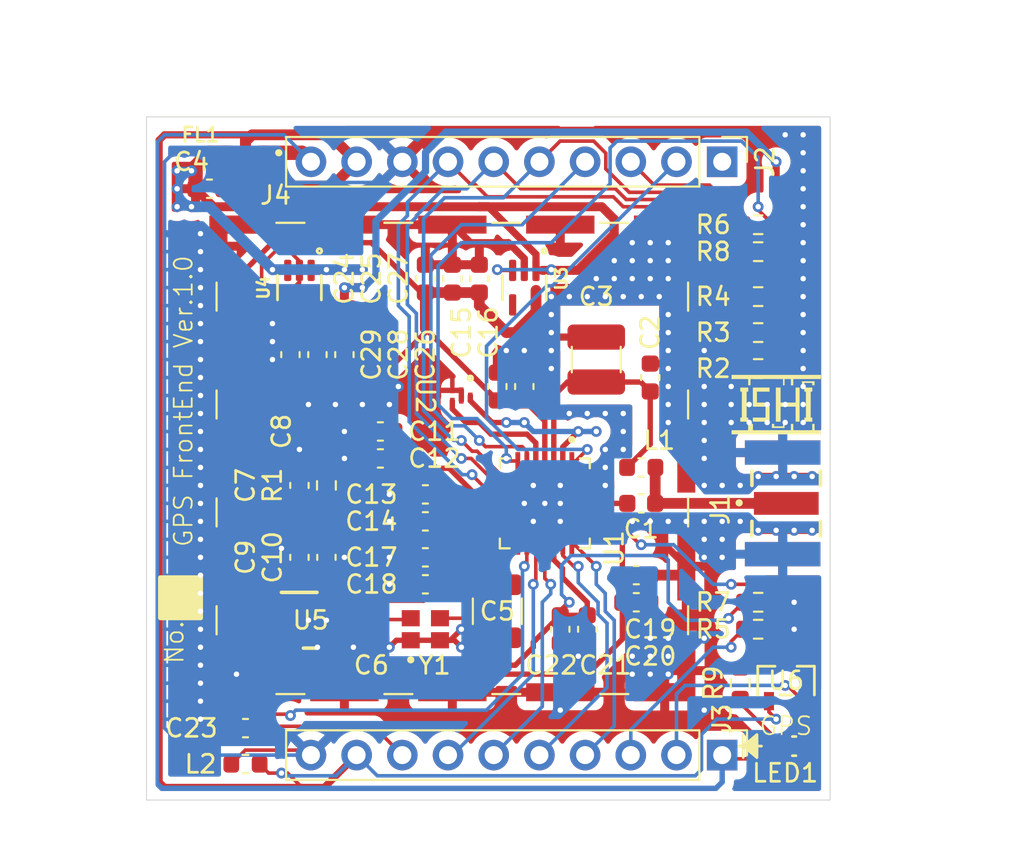
<source format=kicad_pcb>
(kicad_pcb (version 20241229) (generator "pcbnew") (generator_version "9.0")
  (title_block (title "GSP_FrontEnd") (date "2025-09-09") (rev "Rev.1.0") (company "ISHI-Kai"))
  (layers (0 "F.Cu" signal) (2 "B.Cu" signal) (13 "F.Paste" user) (15 "B.Paste" user) (5 "F.SilkS" user "F.Silkscreen") (7 "B.SilkS" user "B.Silkscreen") (1 "F.Mask" user) (3 "B.Mask" user) (25 "Edge.Cuts" user))
  (net 0 "")
  (net 1 "Net-(U1-LNA2)")
  (net 2 "Net-(C1-Pad1)")
  (net 3 "RF_GNDA")
  (net 4 "Net-(U1-ANTBIAS)")
  (net 5 "Net-(Y1-OUTPUT)")
  (net 6 "Net-(U1-XTAL)")
  (net 7 "Net-(U5-OUT)")
  (net 8 "Net-(U1-CPOUT)")
  (net 9 "Net-(C8-Pad1)")
  (net 10 "+3.3VP")
  (net 11 "+3.3VA")
  (net 12 "Net-(U1-CLKOUT)")
  (net 13 "RF_GND")
  (net 14 "RF_CLKOUT")
  (net 15 "Net-(U3-IN)")
  (net 16 "RF_3.3V")
  (net 17 "RF_LED")
  (net 18 "RF_IDEL")
  (net 19 "RF_CS")
  (net 20 "RF_SDATA")
  (net 21 "RF_SCLK")
  (net 22 "RF_SHDN")
  (net 23 "RF_LD")
  (net 24 "RF_Q1")
  (net 25 "RF_I0")
  (net 26 "RF_ANTFLAG")
  (net 27 "RF_I1")
  (net 28 "RF_Q0")
  (net 29 "Net-(LED1-Pad1)")
  (net 30 "Net-(U1-~{IDLE})")
  (net 31 "Net-(U1-~{SHDN})")
  (net 32 "Net-(R9-Pad2)")
  (net 34 "Net-(U1-LNAOUT)")
  (net 35 "Net-(U1-MIXIN)")
  (footprint "Connector_PinHeader_2.54mm:PinHeader_1x10_P2.54mm_Vertical" (layer "F.Cu") (at 154.36 81.5 -90)
    (property "Reference" "J2")
    (property "Value" "Conn_01x10_Pin")
  )
  (footprint "Resistor_SMD:R_0603_1608Metric" (layer "F.Cu") (at 156.36 93)
    (property "Reference" "R2")
    (property "Value" "10k")
  )
  (footprint "GPS_FrontEnd:SO4_1411-SAW_1p1x1p4_KAV" (layer "F.Cu") (at 139.860001 94.5 -90)
    (property "Reference" "U2")
    (property "Value" "SF14-1575F5UUA1")
  )
  (footprint "Capacitor_SMD:C_0603_1608Metric" (layer "F.Cu") (at 137.86 103.5)
    (property "Reference" "C17")
    (property "Value" "100n")
  )
  (footprint "Capacitor_SMD:C_0603_1608Metric" (layer "F.Cu") (at 132.36 103.5 90)
    (property "Reference" "C10")
    (property "Value" "1u")
  )
  (footprint "Capacitor_SMD:C_0603_1608Metric" (layer "F.Cu") (at 141.86 94 90)
    (property "Reference" "C15")
    (property "Value" "100n")
  )
  (footprint "Capacitor_SMD:C_0603_1608Metric" (layer "F.Cu") (at 137.86 100)
    (property "Reference" "C13")
    (property "Value" "100n")
  )
  (footprint "Resistor_SMD:R_0603_1608Metric" (layer "F.Cu") (at 156.36 85)
    (property "Reference" "R6")
    (property "Value" "0")
  )
  (footprint "Capacitor_SMD:C_0603_1608Metric" (layer "F.Cu") (at 143.36 94 90)
    (property "Reference" "C16")
    (property "Value" "100p")
  )
  (footprint "GPS_FrontEnd:C_0505_1313Metric" (layer "F.Cu") (at 134.86 107.5 -90)
    (property "Reference" "C6")
    (property "Value" "10n")
  )
  (footprint "Resistor_SMD:R_0603_1608Metric" (layer "F.Cu") (at 156.36 107.5 180)
    (property "Reference" "R5")
    (property "Value" "0")
  )
  (footprint "GPS_FrontEnd:SMLD12EN1WT86" (layer "F.Cu") (at 158.36 114)
    (property "Reference" "LED1")
    (property "Value" "SMLD12EN1WT86")
  )
  (footprint "GPS_FrontEnd:QFN50P500X500X80-29N" (layer "F.Cu") (at 144.5 100.5 -90)
    (property "Reference" "U1")
    (property "Value" "MAX2769BETI_V_T")
  )
  (footprint "Capacitor_SMD:C_0603_1608Metric" (layer "F.Cu") (at 149.86 100.5 180)
    (property "Reference" "C1")
    (property "Value" "100p")
  )
  (footprint "GPS_FrontEnd:C_1111_2828Metric" (layer "F.Cu") (at 147.36 92.5 90)
    (property "Reference" "C3")
    (property "Value" "100n")
  )
  (footprint "GPS_FrontEnd:SOT65P210X110-5N" (layer "F.Cu") (at 143.36 88.5 -90)
    (property "Reference" "U3")
    (property "Value" "MAX8891EXK33_V_T")
  )
  (footprint "Capacitor_SMD:C_0603_1608Metric" (layer "F.Cu") (at 125.86 83)
    (property "Reference" "C4")
    (property "Value" "1u")
  )
  (footprint "Resistor_SMD:R_0603_1608Metric" (layer "F.Cu") (at 156.36 91)
    (property "Reference" "R3")
    (property "Value" "10k")
  )
  (footprint "Capacitor_SMD:C_0603_1608Metric" (layer "F.Cu") (at 140.86 88 90)
    (property "Reference" "C27")
    (property "Value" "100n")
  )
  (footprint "GPS_FrontEnd:SOT65P210X110-5N" (layer "F.Cu") (at 130.86 88.5 -90)
    (property "Reference" "U4")
    (property "Value" "MAX8891EXK33_V_T")
  )
  (footprint "GPS_FrontEnd:DBV0005A_N" (layer "F.Cu") (at 131.485001 107)
    (property "Reference" "U5")
    (property "Value" "TLV73318PQDBVRQ1")
  )
  (footprint "GPS_FrontEnd:TRANS_DTCZCAHZGT_ROM" (layer "F.Cu") (at 157.909999 110.357)
    (property "Reference" "U6")
    (property "Value" "DTC114ECAHZGT116")
  )
  (footprint "Capacitor_SMD:C_0603_1608Metric" (layer "F.Cu") (at 139.36 88 90)
    (property "Reference" "C25")
    (property "Value" "10n")
  )
  (footprint "Resistor_SMD:R_0603_1608Metric" (layer "F.Cu") (at 156.36 89)
    (property "Reference" "R4")
    (property "Value" "10k")
  )
  (footprint "GPS_FrontEnd:OSC_TX22-18025S-19.200-R" (layer "F.Cu") (at 137.86 107.5)
    (property "Reference" "Y1")
    (property "Value" "NSC5350A-16.368M")
  )
  (footprint "Resistor_SMD:R_0603_1608Metric" (layer "F.Cu") (at 156.36 106)
    (property "Reference" "R7")
    (property "Value" "0")
  )
  (footprint "Capacitor_SMD:C_0603_1608Metric" (layer "F.Cu") (at 130.36 92.225 90)
    (property "Reference" "C29")
    (property "Value" "100n")
  )
  (footprint "Capacitor_SMD:C_0603_1608Metric" (layer "F.Cu") (at 131.86 92.225 90)
    (property "Reference" "C28")
    (property "Value" "10n")
  )
  (footprint "Connector_PinHeader_2.54mm:PinHeader_1x10_P2.54mm_Vertical" (layer "F.Cu") (at 154.36 114.5 -90)
    (property "Reference" "J3")
    (property "Value" "Conn_01x10_Pin")
  )
  (footprint "Resistor_SMD:R_0603_1608Metric" (layer "F.Cu") (at 156.36 86.5)
    (property "Reference" "R8")
    (property "Value" "0")
  )
  (footprint "GPS_FrontEnd:ishikai_logo" (layer "F.Cu") (at 157.36 95)
    (property "Reference" "G***" (hide yes))
    (property "Value" "LOGO" (hide yes))
  )
  (footprint "Capacitor_SMD:C_0603_1608Metric" (layer "F.Cu") (at 150.36 93.5 90)
    (property "Reference" "C2")
    (property "Value" "100p")
  )
  (footprint "Capacitor_SMD:C_0603_1608Metric" (layer "F.Cu") (at 137.86 101.5)
    (property "Reference" "C14")
    (property "Value" "100p")
  )
  (footprint "Resistor_SMD:R_0603_1608Metric" (layer "F.Cu") (at 155.36 110.5 90)
    (property "Reference" "R9")
    (property "Value" "200")
  )
  (footprint "Capacitor_SMD:C_0603_1608Metric" (layer "F.Cu") (at 127.86 113 180)
    (property "Reference" "C23")
    (property "Value" "10n")
  )
  (footprint "GPS_FrontEnd:FIL_NFM21HC104R1A3D" (layer "F.Cu") (at 127.86 81 180)
    (property "Reference" "FL1")
    (property "Value" "NFM21HC104R1A3D")
  )
  (footprint "Capacitor_SMD:C_0603_1608Metric" (layer "F.Cu") (at 137.86 105)
    (property "Reference" "C18")
    (property "Value" "100p")
  )
  (footprint "Capacitor_SMD:C_0603_1608Metric" (layer "F.Cu") (at 145.36 107.5 -90)
    (property "Reference" "C22")
    (property "Value" "100p")
  )
  (footprint "GPS_FrontEnd:SAMTEC_SMA-J-P-H-ST-EM1" (layer "F.Cu") (at 157.9225 100.5 90)
    (property "Reference" "J1")
    (property "Value" "SMA-J-P-H-ST-EM1")
  )
  (footprint "GPS_FrontEnd:C_0505_1313Metric" (layer "F.Cu") (at 131.86 96.5 180)
    (property "Reference" "C8")
    (property "Value" "470p")
  )
  (footprint "Capacitor_SMD:C_0603_1608Metric" (layer "F.Cu") (at 137.86 88 90)
    (property "Reference" "C24")
    (property "Value" "1u")
  )
  (footprint "Capacitor_SMD:C_0603_1608Metric" (layer "F.Cu") (at 146.86 107.5 -90)
    (property "Reference" "C21")
    (property "Value" "100n")
  )
  (footprint "Resistor_SMD:R_0603_1608Metric" (layer "F.Cu") (at 132.36 99.5 90)
    (property "Reference" "R1")
    (property "Value" "20k")
  )
  (footprint "GPS_FrontEnd:TE_2118708-2" (layer "F.Cu") (at 139.36 98)
    (property "Reference" "J4")
    (property "Value" "2118708-2")
  )
  (footprint "Capacitor_SMD:C_0603_1608Metric" (layer "F.Cu") (at 130.86 99.5 90)
    (property "Reference" "C7")
    (property "Value" "27p")
  )
  (footprint "Capacitor_SMD:C_0603_1608Metric" (layer "F.Cu") (at 135.36 96.5)
    (property "Reference" "C11")
    (property "Value" "100n")
  )
  (footprint "Capacitor_SMD:C_0603_1608Metric" (layer "F.Cu") (at 149.585 106)
    (property "Reference" "C20")
    (property "Value" "100p")
  )
  (footprint "Inductor_SMD:L_0603_1608Metric" (layer "F.Cu") (at 127.86 115)
    (property "Reference" "L2")
    (property "Value" "33nH")
  )
  (footprint "Capacitor_SMD:C_0603_1608Metric" (layer "F.Cu") (at 130.86 103.5 90)
    (property "Reference" "C9")
    (property "Value" "1u")
  )
  (footprint "Capacitor_SMD:C_0603_1608Metric" (layer "F.Cu") (at 149.585 104.49)
    (property "Reference" "C19")
    (property "Value" "100n")
  )
  (footprint "Capacitor_SMD:C_1210_3225Metric" (layer "F.Cu") (at 141.86 106.5 90)
    (property "Reference" "C5")
    (property "Value" "1000p")
  )
  (footprint "Capacitor_SMD:C_0603_1608Metric" (layer "F.Cu") (at 135.36 98)
    (property "Reference" "C12")
    (property "Value" "100p")
  )
  (footprint "Inductor_SMD:L_0603_1608Metric" (layer "F.Cu") (at 149.86 98.5 180)
    (property "Reference" "L1")
    (property "Value" "33nH")
  )
  (footprint "Capacitor_SMD:C_0603_1608Metric" (layer "F.Cu") (at 133.36 92.225 90)
    (property "Reference" "C26")
    (property "Value" "1u")
  )
  (gr_rect (start 122.36 79) (end 160.36 117) (stroke (width 0.05)) (fill no) (layer "Edge.Cuts"))
  (gr_text "GPS" (at 156.36 113.4666 0) (layer "F.SilkS") (effects (font (size 1 1) (thickness 0.1)) (justify left bottom)))
  (gr_text "GPS FrontEnd Ver.1.0" (at 125 103 90) (layer "F.SilkS") (effects (font (size 1 1) (thickness 0.1)) (justify left bottom)))
  (gr_text "No." (at 124.5 109.5 90) (layer "F.SilkS") (effects (font (size 1 1) (thickness 0.1)) (justify left bottom)))
  (segment (start 146.86 100.5) (end 149.085 100.5) (width 0.3) (layer "F.Cu") (net 1))
  (segment (start 150.635 98.5125) (end 150.6475 98.5) (width 0.6) (layer "F.Cu") (net 2))
  (segment (start 150.635 100.5) (end 157.9225 100.5) (width 0.6) (layer "F.Cu") (net 2))
  (segment (start 150.635 100.5) (end 150.635 98.5125) (width 0.6) (layer "F.Cu") (net 2))
  (segment (start 132.36 102.725) (end 132.585 102.725) (width 0.3) (layer "F.Cu") (net 3))
  (segment (start 131.5 114.5) (end 131.224 114.224) (width 0.2) (layer "F.Cu") (net 3))
  (segment (start 148.86 89) (end 147.86 89) (width 0.4) (layer "F.Cu") (net 3))
  (segment (start 156.36 102) (end 157.36 102) (width 0.4) (layer "F.Cu") (net 3))
  (segment (start 157.658 79.798) (end 158.86 81) (width 0.5) (layer "F.Cu") (net 3))
  (segment (start 143.36 86.883708) (end 143.36 87.54) (width 0.4) (layer "F.Cu") (net 3))
  (segment (start 141.86 92.5) (end 141.86 93.225) (width 0.3) (layer "F.Cu") (net 3))
  (segment (start 140.365 86) (end 139.36 84.995) (width 0.4) (layer "F.Cu") (net 3))
  (segment (start 135.86 95) (end 135.86 94.5) (width 0.3) (layer "F.Cu") (net 3))
  (segment (start 129.36 90.5) (end 129.41 90.5) (width 0.2) (layer "F.Cu") (net 3))
  (segment (start 146.86 89) (end 145.86 89) (width 0.4) (layer "F.Cu") (net 3))
  (segment (start 138.6725 108.1125) (end 139.4725 108.1125) (width 0.3) (layer "F.Cu") (net 3))
  (segment (start 139.4725 108.1125) (end 139.86 108.5) (width 0.3) (layer "F.Cu") (net 3))
  (segment (start 151.085 92.725) (end 151.36 93) (width 0.4) (layer "F.Cu") (net 3))
  (segment (start 151.875 104.49) (end 152.365 104) (width 0.2) (layer "F.Cu") (net 3))
  (segment (start 145 100) (end 144.5 100.5) (width 0.2) (layer "F.Cu") (net 3))
  (segment (start 130.33487 86.5) (end 129.49781 86.5) (width 0.2) (layer "F.Cu") (net 3))
  (segment (start 154.36 99.5) (end 155.36 99.5) (width 0.4) (layer "F.Cu") (net 3))
  (segment (start 150.36 101.5) (end 150.36 101.995) (width 0.4) (layer "F.Cu") (net 3))
  (segment (start 144.86 89) (end 145.86 89) (width 0.4) (layer "F.Cu") (net 3))
  (segment (start 154.36 101.5) (end 155.36 101.5) (width 0.4) (layer "F.Cu") (net 3))
  (segment (start 136.58 81.5) (end 136.58 81.28) (width 0.2) (layer "F.Cu") (net 3))
  (segment (start 152.36 101.5) (end 152.36 103.995) (width 0.4) (layer "F.Cu") (net 3))
  (segment (start 144.86 91.5) (end 144.86 92) (width 0.4) (layer "F.Cu") (net 3))
  (segment (start 152.36 103.995) (end 152.365 104) (width 0.4) (layer "F.Cu") (net 3))
  (segment (start 142.476292 86) (end 142.918146 86.441854) (width 0.4) (layer "F.Cu") (net 3))
  (segment (start 145.36 108.275) (end 146.86 108.275) (width 0.4) (layer "F.Cu") (net 3))
  (segment (start 131.36 95) (end 132.86 95) (width 0.3) (layer "F.Cu") (net 3))
  (segment (start 152.36 101.5) (end 153.36 101.5) (width 0.4) (layer "F.Cu") (net 3))
  (segment (start 151.365 93) (end 151.365 92.005) (width 0.4) (layer "F.Cu") (net 3))
  (segment (start 147.86 95.5) (end 148.86 95.5) (width 0.4) (layer "F.Cu") (net 3))
  (segment (start 132.009 107.351) (end 131.711 107.351) (width 0.3) (layer "F.Cu") (net 3))
  (segment (start 129.111057 86.899) (end 128.759 87.251057) (width 0.2) (layer "F.Cu") (net 3))
  (segment (start 148.86 96.5) (end 148.86 97.5) (width 0.4) (layer "F.Cu") (net 3))
  (segment (start 130.86 102.725) (end 130.135 102.725) (width 0.3) (layer "F.Cu") (net 3))
  (segment (start 151.36 89.5) (end 150.86 89) (width 0.4) (layer "F.Cu") (net 3))
  (segment (start 131.86 91.45) (end 133.36 91.45) (width 0.3) (layer "F.Cu") (net 3))
  (segment (start 133.86 108.5) (end 133.759003 108.600997) (width 0.3) (layer "F.Cu") (net 3))
  (segment (start 129.41 90.5) (end 130.36 91.45) (width 0.3) (layer "F.Cu") (net 3))
  (segment (start 135.4 108.04) (end 135.86 108.5) (width 0.3) (layer "F.Cu") (net 3))
  (segment (start 136.36 94) (end 136.5725 94.2125) (width 0.3) (layer "F.Cu") (net 3))
  (segment (start 133.759003 108.600997) (end 131.960997 108.600997) (width 0.3) (layer "F.Cu") (net 3))
  (segment (start 145.36 111.005) (end 152.365 111.005) (width 0.4) (layer "F.Cu") (net 3))
  (segment (start 144.86 90.5) (end 144.86 91.5) (width 0.4) (layer "F.Cu") (net 3))
  (segment (start 131.86 107.5) (end 131.36 107) (width 0.3) (layer "F.Cu") (net 3))
  (segment (start 151.36 101.5) (end 152.36 101.5) (width 0.4) (layer "F.Cu") (net 3))
  (segment (start 146.86 108.275) (end 146.86 108.5) (width 0.4) (layer "F.Cu") (net 3))
  (segment (start 130.36 91.45) (end 129.41 91.45) (width 0.3) (layer "F.Cu") (net 3))
  (segment (start 132.009 107.351) (end 132.36 107) (width 0.3) (layer "F.Cu") (net 3))
  (segment (start 142.36 92) (end 141.86 92.5) (width 0.3) (layer "F.Cu") (net 3))
  (segment (start 150.86 89) (end 149.86 89) (width 0.4) (layer "F.Cu") (net 3))
  (segment (start 130.86 87.54) (end 130.86 87.02513) (width 0.2) (layer "F.Cu") (net 3))
  (segment (start 129.49781 86.5) (end 129.111057 86.886753) (width 0.2) (layer "F.Cu") (net 3))
  (segment (start 152.365 98) (end 152.365 98.505) (width 0.4) (layer "F.Cu") (net 3))
  (segment (start 137.085 101.5) (end 137.085 100) (width 0.3) (layer "F.Cu") (net 3))
  (segment (start 127.8485 114.224) (end 127.0725 115) (width 0.2) (layer "F.Cu") (net 3))
  (segment (start 152.365 84.995) (end 152.365 92) (width 0.2) (layer "F.Cu") (net 3))
  (segment (start 146.86 108.5) (end 146.36 109) (width 0.4) (layer "F.Cu") (net 3))
  (segment (start 158.36 99) (end 159.36 99) (width 0.4) (layer "F.Cu") (net 3))
  (segment (start 145.11 91.25) (end 144.86 91) (width 0.4) (layer "F.Cu") (net 3))
  (segment (start 153.36 99.5) (end 154.36 99.5) (width 0.4) (layer "F.Cu") (net 3))
  (segment (start 151.36 96.995) (end 152.365 98) (width 0.4) (layer "F.Cu") (net 3))
  (segment (start 134.86 108.04) (end 135.4 108.04) (width 0.3) (layer "F.Cu") (net 3))
  (segment (start 144.86 91.5) (end 144.86 93) (width 0.4) (layer "F.Cu") (net 3))
  (segment (start 130.135 102.725) (end 129.86 103) (width 0.3) (layer "F.Cu") (net 3))
  (segment (start 130.86 87.54) (end 130.86 88.18287) (width 0.2) (layer "F.Cu") (net 3))
  (segment (start 130.86 102.725) (end 132.36 102.725) (width 0.3) (layer "F.Cu") (net 3))
  (segment (start 150.36 92.725) (end 151.085 92.725) (width 0.4) (layer "F.Cu") (net 3))
  (segment (start 156.36 99) (end 157.36 99) (width 0.4) (layer "F.Cu") (net 3))
  (segment (start 130.36 91.45) (end 131.86 91.45) (width 0.3) (layer "F.Cu") (net 3))
  (segment (start 133.36 111.005) (end 126.355 111.005) (width 0.4) (layer "F.Cu") (net 3))
  (segment (start 139.2475 108.1125) (end 139.86 107.5) (width 0.3) (layer "F.Cu") (net 3))
  (segment (start 137.085 103.5) (end 135.86 103.5) (width 0.3) (layer "F.Cu") (net 3))
  (segment (start 146.86 95.5) (end 147.86 95.5) (width 0.4) (layer "F.Cu") (net 3))
  (segment (start 158.36 102) (end 159.36 102) (width 0.4) (layer "F.Cu") (net 3))
  (segment (start 150.36 101.5) (end 151.36 101.5) (width 0.4) (layer "F.Cu") (net 3))
  (segment (start 129.41 91.45) (end 129.36 91.5) (width 0.2) (layer "F.Cu") (net 3))
  (segment (start 151.36 90) (end 151.36 89.5) (width 0.4) (layer "F.Cu") (net 3))
  (segment (start 147.86 98.5) (end 147.86 99.5) (width 0.4) (layer "F.Cu") (net 3))
  (segment (start 143.36 93.225) (end 143.36 92) (width 0.3) (layer "F.Cu") (net 3))
  (segment (start 139.36 87.225) (end 140.86 87.225) (width 0.4) (layer "F.Cu") (net 3))
  (segment (start 144.86 93) (end 143.585 93) (width 0.4) (layer "F.Cu") (net 3))
  (segment (start 150.36 104.49) (end 151.875 104.49) (width 0.6) (layer "F.Cu") (net 3))
  (segment (start 157.36 99) (end 158.36 99) (width 0.4) (layer "F.Cu") (net 3))
  (segment (start 137.085 105) (end 135.86 105) (width 0.3) (layer "F.Cu") (net 3))
  (segment (start 137.86 87.225) (end 139.36 87.225) (width 0.4) (layer "F.Cu") (net 3))
  (segment (start 126.355 104) (end 126.355 111.005) (width 0.4) (layer "F.Cu") (net 3))
  (segment (start 151.36 91) (end 151.36 90) (width 0.4) (layer "F.Cu") (net 3))
  (segment (start 143.585 93) (end 143.36 93.225) (width 0.3) (layer "F.Cu") (net 3))
  (segment (start 153.36 101.5) (end 154.36 101.5) (width 0.4) (layer "F.Cu") (net 3))
  (segment (start 146.585 108.275) (end 146.11 108.75) (width 0.4) (layer "F.Cu") (net 3))
  (segment (start 130.86 88.18287) (end 130.47887 88.564) (width 0.2) (layer "F.Cu") (net 3))
  (segment (start 139.36 87.225) (end 139.36 84.995) (width 0.4) (layer "F.Cu") (net 3))
  (segment (start 155.86 101.5) (end 156.36 102) (width 0.4) (layer "F.Cu") (net 3))
  (segment (start 134.585 96.5) (end 134.585 98) (width 0.3) (layer "F.Cu") (net 3))
  (segment (start 144.86 90.5) (end 144.86 91) (width 0.4) (layer "F.Cu") (net 3))
  (segment (start 151.36 93) (end 151.36 94) (width 0.4) (layer "F.Cu") (net 3))
  (segment (start 129.111057 86.886753) (end 129.111057 86.899) (width 0.2) (layer "F.Cu") (net 3))
  (segment (start 137.085 101.5) (end 135.86 101.5) (width 0.3) (layer "F.Cu") (net 3))
  (segment (start 151.365 92.005) (end 151.36 92) (width 0.4) (layer "F.Cu") (net 3))
  (segment (start 131.32 95.04) (end 131.36 95) (width 0.3) (layer "F.Cu") (net 3))
  (segment (start 131.224 114.224) (end 127.8485 114.224) (width 0.2) (layer "F.Cu") (net 3))
  (segment (start 126.355 84.995) (end 125.85 85.5) (width 0.4) (layer "F.Cu") (net 3))
  (segment (start 147.86 97.5) (end 147.86 98.5) (width 0.4) (layer "F.Cu") (net 3))
  (segment (start 130.86 96.96) (end 131.32 96.5) (width 0.3) (layer "F.Cu") (net 3))
  (segment (start 145.36 108.275) (end 145.635 108.275) (width 0.4) (layer "F.Cu") (net 3))
  (segment (start 148.86 97.5) (end 147.86 97.5) (width 0.4) (layer "F.Cu") (net 3))
  (segment (start 130.86 90.95) (end 130.36 91.45) (width 0.2) (layer "F.Cu") (net 3))
  (segment (start 151.36 95) (end 151.36 96) (width 0.4) (layer "F.Cu") (net 3))
  (segment (start 126.355 84.995) (end 126.355 92) (width 0.4) (layer "F.Cu") (net 3))
  (segment (start 151.36 92) (end 151.36 91) (width 0.4) (layer "F.Cu") (net 3))
  (segment (start 138.785 108) (end 138.6725 108.1125) (width 0.3) (layer "F.Cu") (net 3))
  (segment (start 135.86 94.5) (end 136.36 94) (width 0.3) (layer "F.Cu") (net 3))
  (segment (start 131.86 108.5) (end 131.86 107.5) (width 0.3) (layer "F.Cu") (net 3))
  (segment (start 137.085 100) (end 135.86 100) (width 0.3) (layer "F.Cu") (net 3))
  (segment (start 129.94113 88.564) (end 129.36 89.14513) (width 0.2) (layer "F.Cu") (net 3))
  (segment (start 128.759 88.54413) (end 129.36 89.14513) (width 0.2) (layer "F.Cu") (net 3))
  (segment (start 132.585 102.725) (end 133.36 103.5) (width 0.3) (layer "F.Cu") (net 3))
  (segment (start 149.36 101.5) (end 150.36 101.5) (width 0.4) (layer "F.Cu") (net 3))
  (segment (start 155.86 99.5) (end 156.36 99) (width 0.4) (layer "F.Cu") (net 3))
  (segment (start 139.36 84.995) (end 126.355 84.995) (width 0.4) (layer "F.Cu") (net 3))
  (segment (start 147.36 91.25) (end 145.11 91.25) (width 0.4) (layer "F.Cu") (net 3))
  (segment (start 136.5725 94.2125) (end 139.360002 94.2125) (width 0.3) (layer "F.Cu") (net 3))
  (segment (start 147.86 89) (end 146.86 89) (width 0.4) (layer "F.Cu") (net 3))
  (segment (start 146.86 108.275) (end 146.585 108.275) (width 0.4) (layer "F.Cu") (net 3))
  (segment (start 134.36 95) (end 134.36 96.275) (width 0.3) (layer "F.Cu") (net 3))
  (segment (start 152.365 104) (end 152.365 111.005) (width 0.4) (layer "F.Cu") (net 3))
  (segment (start 151.36 93) (end 151.365 93) (width 0.4) (layer "F.Cu") (net 3))
  (segment (start 134.585 96.5) (end 133.36 96.5) (width 0.3) (layer "F.Cu") (net 3))
  (segment (start 134.86 108.04) (end 134.32 108.04) (width 0.3) (layer "F.Cu") (net 3))
  (segment (start 128.759 87.251057) (end 128.759 88.54413) (width 0.2) (layer "F.Cu") (net 3))
  (segment (start 151.36 96) (end 151.36 96.995) (width 0.4) (layer "F.Cu") (net 3))
  (segment (start 150.36 101.995) (end 152.365 104) (width 0.4) (layer "F.Cu") (net 3))
  (segment (start 140.365 86) (end 142.476292 86) (width 0.4) (layer "F.Cu") (net 3))
  (segment (start 132.86 95) (end 134.36 95) (width 0.3) (layer "F.Cu") (net 3))
  (segment (start 145.86 95.5) (end 146.86 95.5) (width 0.4) (layer "F.Cu") (net 3))
  (segment (start 151.365 93) (end 152.365 92) (width 0.4) (layer "F.Cu") (net 3))
  (segment (start 130.86 98.725) (end 130.86 97.5) (width 0.3) (layer "F.Cu") (net 3))
  (segment (start 152.365 98.505) (end 153.36 99.5) (width 0.4) (layer "F.Cu") (net 3))
  (segment (start 145.635 108.275) (end 146.11 108.75) (width 0.4) (layer "F.Cu") (net 3))
  (segment (start 131.711 107.351) (end 131.36 107) (width 0.3) (layer "F.Cu") (net 3))
  (segment (start 142.918146 86.441854) (end 143.36 86.883708) (width 0.4) (layer "F.Cu") (net 3))
  (segment (start 139.360002 94.2125) (end 139.860001 94.2125) (width 0.3) (layer "F.Cu") (net 3))
  (segment (start 141.86 93.225) (end 143.36 93.225) (width 0.4) (layer "F.Cu") (net 3))
  (segment (start 157.36 102) (end 158.36 102) (width 0.4) (layer "F.Cu") (net 3))
  (segment (start 131.36 107) (end 130.11 107) (width 0.3) (layer "F.Cu") (net 3))
  (segment (start 130.47887 88.564) (end 129.94113 88.564) (width 0.2) (layer "F.Cu") (net 3))
  (segment (start 155.36 101.5) (end 155.86 101.5) (width 0.4) (layer "F.Cu") (net 3))
  (segment (start 129.36 89.14513) (end 129.36 90.5) (width 0.2) (layer "F.Cu") (net 3))
  (segment (start 146.11 108.75) (end 146.36 109) (width 0.4) (layer "F.Cu") (net 3))
  (segment (start 149.86 89) (end 148.86 89) (width 0.4) (layer "F.Cu") (net 3))
  (segment (start 144.748708 84.995) (end 145.36 84.995) (width 0.4) (layer "F.Cu") (net 3))
  (segment (start 139.860001 94.2125) (end 139.860001 94.7875) (width 0.3) (layer "F.Cu") (net 3))
  (segment (start 131.960997 108.600997) (end 131.86 108.5) (width 0.3) (layer "F.Cu") (net 3))
  (segment (start 155.36 99.5) (end 155.86 99.5) (width 0.4) (layer "F.Cu") (net 3))
  (segment (start 136.58 81.28) (end 138.062 79.798) (width 0.5) (layer "F.Cu") (net 3))
  (segment (start 136.2475 108.1125) (end 135.86 108.5) (width 0.3) (layer "F.Cu") (net 3))
  (segment (start 131.32 96.5) (end 131.32 95.04) (width 0.3) (layer "F.Cu") (net 3))
  (segment (start 144.86 90) (end 144.86 90.5) (width 0.4) (layer "F.Cu") (net 3))
  (segment (start 134.585 98) (end 133.36 98) (width 0.3) (layer "F.Cu") (net 3))
  (segment (start 138.6725 108.1125) (end 139.2475 108.1125) (width 0.3) (layer "F.Cu") (net 3))
  (segment (start 137.085 105) (end 137.085 103.5) (width 0.3) (layer "F.Cu") (net 3))
  (segment (start 130.86 88.18287) (end 130.86 90.95) (width 0.2) (layer "F.Cu") (net 3))
  (segment (start 134.32 108.04) (end 133.86 108.5) (width 0.3) (layer "F.Cu") (net 3))
  (segment (start 125.85 85.5) (end 125.36 85.5) (width 0.4) (layer "F.Cu") (net 3))
  (segment (start 138.062 79.798) (end 157.658 79.798) (width 0.5) (layer "F.Cu") (net 3))
  (segment (start 145.36 112) (end 145.36 111.005) (width 0.4) (layer "F.Cu") (net 3))
  (segment (start 138.6725 108.1125) (end 137.0475 108.1125) (width 0.3) (layer "F.Cu") (net 3))
  (segment (start 148.86 95.5) (end 148.86 96.5) (width 0.4) (layer "F.Cu") (net 3))
  (segment (start 134.36 96.275) (end 134.585 96.5) (width 0.3) (layer "F.Cu") (net 3))
  (segment (start 151.36 94) (end 151.36 95) (width 0.4) (layer "F.Cu") (net 3))
  (segment (start 139.36 111.005) (end 133.36 111.005) (width 0.4) (layer "F.Cu") (net 3))
  (segment (start 137.0475 108.1125) (end 136.2475 108.1125) (width 0.3) (layer "F.Cu") (net 3))
  (segment (start 130.86 87.02513) (end 130.33487 86.5) (width 0.2) (layer "F.Cu") (net 3))
  (segment (start 145.36 111.005) (end 139.36 111.005) (width 0.4) (layer "F.Cu") (net 3))
  (segment (start 144.86 90) (end 144.86 89) (width 0.4) (layer "F.Cu") (net 3))
  (segment (start 130.86 97.5) (end 130.86 96.96) (width 0.3) (layer "F.Cu") (net 3))
  (segment (start 146.86 100) (end 145 100) (width 0.3) (layer "F.Cu") (net 3))
  (via (at 148.86 96.5) (size 0.6) (drill 0.3) (layers "F.Cu" "B.Cu") (net 3))
  (via (at 156.36 99) (size 0.6) (drill 0.3) (layers "F.Cu" "B.Cu") (net 3))
  (via (at 147.86 98.5) (size 0.6) (drill 0.3) (layers "F.Cu" "B.Cu") (net 3))
  (via (at 149.36 87) (size 0.6) (drill 0.3) (layers "F.Cu" "B.Cu") (net 3))
  (via (at 151.36 108) (size 0.6) (drill 0.3) (layers "F.Cu" "B.Cu") (net 3))
  (via (at 150.36 87) (size 0.6) (drill 0.3) (layers "F.Cu" "B.Cu") (net 3))
  (via (at 125.36 102.5) (size 0.6) (drill 0.3) (layers "F.Cu" "B.Cu") (net 3))
  (via (at 125.36 89.5) (size 0.6) (drill 0.3) (layers "F.Cu" "B.Cu") (net 3))
  (via (at 151.36 94) (size 0.6) (drill 0.3) (layers "F.Cu" "B.Cu") (net 3))
  (via (at 133.36 96.5) (size 0.6) (drill 0.3) (layers "F.Cu" "B.Cu") (net 3))
  (via (at 143.36 92) (size 0.6) (drill 0.3) (layers "F.Cu" "B.Cu") (net 3))
  (via (at 147.86 89) (size 0.6) (drill 0.3) (layers "F.Cu" "B.Cu") (net 3))
  (via (at 125.36 88.5) (size 0.6) (drill 0.3) (layers "F.Cu" "B.Cu") (net 3))
  (via (at 148.86 97.5) (size 0.6) (drill 0.3) (layers "F.Cu" "B.Cu") (net 3))
  (via (at 154.36 99.5) (size 0.6) (drill 0.3) (layers "F.Cu" "B.Cu") (net 3))
  (via (at 135.86 105) (size 0.6) (drill 0.3) (layers "F.Cu" "B.Cu") (net 3))
  (via (at 154.86 94) (size 0.6) (drill 0.3) (layers "F.Cu" "B.Cu") (net 3))
  (via (at 158.36 99) (size 0.6) (drill 0.3) (layers "F.Cu" "B.Cu") (net 3))
  (via (at 151.36 87) (size 0.6) (drill 0.3) (layers "F.Cu" "B.Cu") (net 3))
  (via (at 147.86 97.5) (size 0.6) (drill 0.3) (layers "F.Cu" "B.Cu") (net 3))
  (via (at 144.86 90) (size 0.6) (drill 0.3) (layers "F.Cu" "B.Cu") (net 3))
  (via (at 152.36 101.5) (size 0.6) (drill 0.3) (layers "F.Cu" "B.Cu") (net 3))
  (via (at 143.36 100.5) (size 0.6) (drill 0.3) (layers "F.Cu" "B.Cu") (net 3))
  (via (at 142.36 92) (size 0.6) (drill 0.3) (layers "F.Cu" "B.Cu") (net 3))
  (via (at 145.86 89) (size 0.6) (drill 0.3) (layers "F.Cu" "B.Cu") (net 3))
  (via (at 151.36 95) (size 0.6) (drill 0.3) (layers "F.Cu" "B.Cu") (net 3))
  (via (at 148.36 87) (size 0.6) (drill 0.3) (layers "F.Cu" "B.Cu") (net 3))
  (via (at 159.36 99) (size 0.6) (drill 0.3) (layers "F.Cu" "B.Cu") (net 3))
  (via (at 148.86 95.5) (size 0.6) (drill 0.3) (layers "F.Cu" "B.Cu") (net 3))
  (via (at 154.86 95) (size 0.6) (drill 0.3) (layers "F.Cu" "B.Cu") (net 3))
  (via (at 150.36 108) (size 0.6) (drill 0.3) (layers "F.Cu" "B.Cu") (net 3))
  (via (at 158.36 107.5) (size 0.6) (drill 0.3) (layers "F.Cu" "B.Cu") (net 3))
  (via (at 158.86 83) (size 0.6) (drill 0.3) (layers "F.Cu" "B.Cu") (net 3))
  (via (at 132.36 107) (size 0.6) (drill 0.3) (layers "F.Cu" "B.Cu") (net 3))
  (via (at 135.86 101.5) (size 0.6) (drill 0.3) (layers "F.Cu" "B.Cu") (net 3))
  (via (at 144.86 89) (size 0.6) (drill 0.3) (layers "F.Cu" "B.Cu") (net 3))
  (via (at 131.36 107) (size 0.6) (drill 0.3) (layers "F.Cu" "B.Cu") (net 3))
  (via (at 132.86 95) (size 0.6) (drill 0.3) (layers "F.Cu" "B.Cu") (net 3))
  (via (at 153.36 94) (size 0.6) (drill 0.3) (layers "F.Cu" "B.Cu") (net 3))
  (via (at 151.36 93) (size 0.6) (drill 0.3) (layers "F.Cu" "B.Cu") (net 3))
  (via (at 158.86 82) (size 0.6) (drill 0.3) (layers "F.Cu" "B.Cu") (net 3))
  (via (at 155.86 96) (size 0.6) (drill 0.3) (layers "F.Cu" "B.Cu") (net 3))
  (via (at 145.86 95.5) (size 0.6) (drill 0.3) (layers "F.Cu" "B.Cu") (net 3))
  (via (at 129.36 90.5) (size 0.6) (drill 0.3) (layers "F.Cu" "B.Cu") (net 3))
  (via (at 125.36 111.5) (size 0.6) (drill 0.3) (layers "F.Cu" "B.Cu") (net 3))
  (via (at 151.36 109) (size 0.6) (drill 0.3) (layers "F.Cu" "B.Cu") (net 3))
  (via (at 156.86 95) (size 0.6) (drill 0.3) (layers "F.Cu" "B.Cu") (net 3))
  (via (at 154.36 102.5) (size 0.6) (drill 0.3) (layers "F.Cu" "B.Cu") (net 3))
  (via (at 125.36 100.5) (size 0.6) (drill 0.3) (layers "F.Cu" "B.Cu") (net 3))
  (via (at 151.36 110) (size 0.6) (drill 0.3) (layers "F.Cu" "B.Cu") (net 3))
  (via (at 129.86 103) (size 0.6) (drill 0.3) (layers "F.Cu" "B.Cu") (net 3))
  (via (at 155.86 95) (size 0.6) (drill 0.3) (layers "F.Cu" "B.Cu") (net 3))
  (via (at 153.36 102.5) (size 0.6) (drill 0.3) (layers "F.Cu" "B.Cu") (net 3))
  (via (at 125.36 85.5) (size 0.6) (drill 0.3) (layers "F.Cu" "B.Cu") (net 3))
  (via (at 158.36 106) (size 0.6) (drill 0.3) (layers "F.Cu" "B.Cu") (net 3))
  (via (at 125.36 103.5) (size 0.6) (drill 0.3) (layers "F.Cu" "B.Cu") (net 3))
  (via (at 125.36 90.5) (size 0.6) (drill 0.3) (layers "F.Cu" "B.Cu") (net 3))
  (via (at 125.36 101.5) (size 0.6) (drill 0.3) (layers "F.Cu" "B.Cu") (net 3))
  (via (at 136.36 94) (size 0.6) (drill 0.3) (layers "F.Cu" "B.Cu") (net 3))
  (via (at 158.86 95) (size 0.6) (drill 0.3) (layers "F.Cu" "B.Cu") (net 3))
  (via (at 125.36 112.5) (size 0.6) (drill 0.3) (layers "F.Cu" "B.Cu") (net 3))
  (via (at 158.86 81) (size 0.6) (drill 0.3) (layers "F.Cu" "B.Cu") (net 3))
  (via (at 125.36 86.5) (size 0.6) (drill 0.3) (layers "F.Cu" "B.Cu") (net 3))
  (via (at 133.86 108.5) (size 0.6) (drill 0.3) (layers "F.Cu" "B.Cu") (net 3))
  (via (at 158.86 89) (size 0.6) (drill 0.3) (layers "F.Cu" "B.Cu") (net 3))
  (via (at 133.36 103.5) (size 0.6) (drill 0.3) (layers "F.Cu" "B.Cu") (net 3))
  (via (at 135.86 103.5) (size 0.6) (drill 0.3) (layers "F.Cu" "B.Cu") (net 3))
  (via (at 125.36 104.5) (size 0.6) (drill 0.3) (layers "F.Cu" "B.Cu") (net 3))
  (via (at 148.36 88) (size 0.6) (drill 0.3) (layers "F.Cu" "B.Cu") (net 3))
  (via (at 158.86 91) (size 0.6) (drill 0.3) (layers "F.Cu" "B.Cu") (net 3))
  (via (at 143.86 99.5) (size 0.6) (drill 0.3) (layers "F.Cu" "B.Cu") (net 3))
  (via (at 151.36 90) (size 0.6) (drill 0.3) (layers "F.Cu" "B.Cu") (net 3))
  (via (at 129.36 91.5) (size 0.6) (drill 0.3) (layers "F.Cu" "B.Cu") (net 3))
  (via (at 156.86 96) (size 0.6) (drill 0.3) (layers "F.Cu" "B.Cu") (net 3))
  (via (at 155.36 99.5) (size 0.6) (drill 0.3) (layers "F.Cu" "B.Cu") (net 3))
  (via (at 158.86 85) (size 0.6) (drill 0.3) (layers "F.Cu" "B.Cu") (net 3))
  (via (at 158.86 90) (size 0.6) (drill 0.3) (layers "F.Cu" "B.Cu") (net 3))
  (via (at 153.36 98) (size 0.6) (drill 0.3) (layers "F.Cu" "B.Cu") (net 3))
  (via (at 135.86 108.5) (size 0.6) (drill 0.3) (layers "F.Cu" "B.Cu") (net 3))
  (via (at 151.36 101.5) (size 0.6) (drill 0.3) (layers "F.Cu" "B.Cu") (net 3))
  (via (at 159.36 102) (size 0.6) (drill 0.3) (layers "F.Cu" "B.Cu") (net 3))
  (via (at 150.36 86) (size 0.6) (drill 0.3) (layers "F.Cu" "B.Cu") (net 3))
  (via (at 139.86 107.5) (size 0.6) (drill 0.3) (layers "F.Cu" "B.Cu") (net 3))
  (via (at 158.86 92) (size 0.6) (drill 0.3) (layers "F.Cu" "B.Cu") (net 3))
  (via (at 151.36 96) (size 0.6) (drill 0.3) (layers "F.Cu" "B.Cu") (net 3))
  (via (at 144.86 93) (size 0.6) (drill 0.3) (layers "F.Cu" "B.Cu") (net 3))
  (via (at 158.86 80) (size 0.6) (drill 0.3) (layers "F.Cu" "B.Cu") (net 3))
  (via (at 125.36 110.5) (size 0.6) (drill 0.3) (layers "F.Cu" "B.Cu") (net 3))
  (via (at 127.36 110) (size 0.6) (drill 0.3) (layers "F.Cu" "B.Cu") (net 3))
  (via (at 157.86 80) (size 0.6) (drill 0.3) (layers "F.Cu" "B.Cu") (net 3))
  (via (at 153.36 97) (size 0.6) (drill 0.3) (layers "F.Cu" "B.Cu") (net 3))
  (via (at 144.86 92) (size 0.6) (drill 0.3) (layers "F.Cu" "B.Cu") (net 3))
  (via (at 149.36 86) (size 0.6) (drill 0.3) (layers "F.Cu" "B.Cu") (net 3))
  (via (at 151.36 92) (size 0.6) (drill 0.3) (layers "F.Cu" "B.Cu") (net 3))
  (via (at 158.86 88) (size 0.6) (drill 0.3) (layers "F.Cu" "B.Cu") (net 3))
  (via (at 125.36 107.5) (size 0.6) (drill 0.3) (layers "F.Cu" "B.Cu") (net 3))
  (via (at 153.36 103.5) (size 0.6) (drill 0.3) (layers "F.Cu" "B.Cu") (net 3))
  (via (at 147.86 99.5) (size 0.6) (drill 0.3) (layers "F.Cu" "B.Cu") (net 3))
  (via (at 151.36 91) (size 0.6) (drill 0.3) (layers "F.Cu" "B.Cu") (net 3))
  (via (at 158.86 93) (size 0.6) (drill 0.3) (layers "F.Cu" "B.Cu") (net 3))
  (via (at 154.36 103.5) (size 0.6) (drill 0.3) (layers "F.Cu" "B.Cu") (net 3))
  (via (at 151.36 86) (size 0.6) (drill 0.3) (layers "F.Cu" "B.Cu") (net 3))
  (via (at 153.36 99.5) (size 0.6) (drill 0.3) (layers "F.Cu" "B.Cu") (net 3))
  (via (at 156.36 102) (size 0.6) (drill 0.3) (layers "F.Cu" "B.Cu") (net 3))
  (via (at 158.86 86) (size 0.6) (drill 0.3) (layers "F.Cu" "B.Cu") (net 3))
  (via (at 150.36 101.5) (size 0.6) (drill 0.3) (layers "F.Cu" "B.Cu") (net 3))
  (via (at 125.36 98.5) (size 0.6) (drill 0.3) (layers "F.Cu" "B.Cu") (net 3))
  (via (at 153.36 96) (size 0.6) (drill 0.3) (layers "F.Cu" "B.Cu") (net 3))
  (via (at 145.36 99.5) (size 0.6) (drill 0.3) (layers "F.Cu" "B.Cu") (net 3))
  (via (at 158.86 96) (size 0.6) (drill 0.3) (layers "F.Cu" "B.Cu") (net 3))
  (via (at 125.36 96.5) (size 0.6) (drill 0.3) (layers "F.Cu" "B.Cu") (net 3))
  (via (at 146.36 109) (size 0.6) (drill 0.3) (layers "F.Cu" "B.Cu") (net 3))
  (via (at 148.86 89) (size 0.6) (drill 0.3) (layers "F.Cu" "B.Cu") (net 3))
  (via (at 129.36 92.5) (size 0.6) (drill 0.3) (layers "F.Cu" "B.Cu") (net 3))
  (via (at 147.36 88) (size 0.6) (drill 0.3) (layers "F.Cu" "B.Cu") (net 3))
  (via (at 135.86 95) (size 0.6) (drill 0.3) (layers "F.Cu" "B.Cu") (net 3))
  (via (at 151.36 88) (size 0.6) (drill 0.3) (layers "F.Cu" "B.Cu") (net 3))
  (via (at 158.36 102) (size 0.6) (drill 0.3) (layers "F.Cu" "B.Cu") (net 3))
  (via (at 158.86 84) (size 0.6) (drill 0.3) (layers "F.Cu" "B.Cu") (net 3))
  (via (at 155.36 101.5) (size 0.6) (drill 0.3) (layers "F.Cu" "B.Cu") (net 3))
  (via (at 139.86 108.5) (size 0.6) (drill 0.3) (layers "F.Cu" "B.Cu") (net 3))
  (via (at 154.86 96) (size 0.6) (drill 0.3) (layers "F.Cu" "B.Cu") (net 3))
  (via (at 150.36 88) (size 0.6) (drill 0.3) (layers "F.Cu" "B.Cu") (net 3))
  (via (at 150.86 89) (size 0.6) (drill 0.3) (layers "F.Cu" "B.Cu") (net 3))
  (via (at 131.86 108.5) (size 0.6) (drill 0.3) (layers "F.Cu" "B.Cu") (net 3))
  (via (at 125.36 95.5) (size 0.6) (drill 0.3) (layers "F.Cu" "B.Cu") (net 3))
  (via (at 146.86 95.5) (size 0.6) (drill 0.3) (layers "F.Cu" "B.Cu") (net 3))
  (via (at 153.36 112) (size 0.6) (drill 0.3) (layers "F.Cu" "B.Cu") (net 3))
  (via (at 145.36 100.5) (size 0.6) (drill 0.3) (layers "F.Cu" "B.Cu") (net 3))
  (via (at 125.36 106.5) (size 0.6) (drill 0.3) (layers "F.Cu" "B.Cu") (net 3))
  (via (at 125.36 94.5) (size 0.6) (drill 0.3) (layers "F.Cu" "B.Cu") (net 3))
  (via (at 145.36 112) (size 0.6) (drill 0.3) (layers "F.Cu" "B.Cu") (net 3))
  (via (at 125.36 109.5) (size 0.6) (drill 0.3) (layers "F.Cu" "B.Cu") (net 3))
  (via (at 158.86 87) (size 0.6) (drill 0.3) (layers "F.Cu" "B.Cu") (net 3))
  (via (at 125.36 97.5) (size 0.6) (drill 0.3) (layers "F.Cu" "B.Cu") (net 3))
  (via (at 153.36 108) (size 0.6) (drill 0.3) (layers "F.Cu" "B.Cu") (net 3))
  (via (at 158.86 94) (size 0.6) (drill 0.3) (layers "F.Cu" "B.Cu") (net 3))
  (via (at 143.86 101.5) (size 0.6) (drill 0.3) (layers "F.Cu" "B.Cu") (net 3))
  (via (at 153.36 101.5) (size 0.6) (drill 0.3) (layers "F.Cu" "B.Cu") (net 3))
  (via (at 146.86 89) (size 0.6) (drill 0.3) (layers "F.Cu" "B.Cu") (net 3))
  (via (at 157.36 99) (size 0.6) (drill 0.3) (layers "F.Cu" "B.Cu") (net 3))
  (via (at 144.5 100.5) (size 0.6) (drill 0.3) (layers "F.Cu" "B.Cu") (net 3))
  (via (at 125.36 99.5) (size 0.6) (drill 0.3) (layers "F.Cu" "B.Cu") (net 3))
  (via (at 135.86 100) (size 0.6) (drill 0.3) (layers "F.Cu" "B.Cu") (net 3))
  (via (at 149.36 88) (size 0.6) (drill 0.3) (layers "F.Cu" "B.Cu") (net 3))
  (via (at 134.36 95) (size 0.6) (drill 0.3) (layers "F.Cu" "B.Cu") (net 3))
  (via (at 153.36 95) (size 0.6) (drill 0.3) (layers "F.Cu" "B.Cu") (net 3))
  (via (at 131.36 95) (size 0.6) (drill 0.3) (layers "F.Cu" "B.Cu") (net 3))
  (via (at 149.36 110) (size 0.6) (drill 0.3) (layers "F.Cu" "B.Cu") (net 3))
  (via (at 150.36 109) (size 0.6) (drill 0.3) (layers "F.Cu" "B.Cu") (net 3))
  (via (at 149.86 89) (size 0.6) (drill 0.3) (layers "F.Cu" "B.Cu") (net 3))
  (via (at 154.36 101.5) (size 0.6) (drill 0.3) (layers "F.Cu" "B.Cu") (net 3))
  (via (at 125.36 93.5) (size 0.6) (drill 0.3) (layers "F.Cu" "B.Cu") (net 3))
  (via (at 130.86 97.5) (size 0.6) (drill 0.3) (layers "F.Cu" "B.Cu") (net 3))
  (via (at 149.36 101.5) (size 0.6) (drill 0.3) (layers "F.Cu" "B.Cu") (net 3))
  (via (at 125.36 105.5) (size 0.6) (drill 0.3) (layers "F.Cu" "B.Cu") (net 3))
  (via (at 153.36 92) (size 0.6) (drill 0.3) (layers "F.Cu" "B.Cu") (net 3))
  (via (at 157.86 96) (size 0.6) (drill 0.3) (layers "F.Cu" "B.Cu") (net 3))
  (via (at 125.36 92.5) (size 0.6) (drill 0.3) (layers "F.Cu" "B.Cu") (net 3))
  (via (at 149.36 109) (size 0.6) (drill 0.3) (layers "F.Cu" "B.Cu") (net 3))
  (via (at 144.86 91) (size 0.6) (drill 0.3) (layers "F.Cu" "B.Cu") (net 3))
  (via (at 147.86 95.5) (size 0.6) (drill 0.3) (layers "F.Cu" "B.Cu") (net 3))
  (via (at 150.36 110) (size 0.6) (drill 0.3) (layers "F.Cu" "B.Cu") (net 3))
  (via (at 133.36 98) (size 0.6) (drill 0.3) (layers "F.Cu" "B.Cu") (net 3))
  (via (at 145.36 101.5) (size 0.6) (drill 0.3) (layers "F.Cu" "B.Cu") (net 3))
  (via (at 157.36 102) (size 0.6) (drill 0.3) (layers "F.Cu" "B.Cu") (net 3))
  (via (at 125.36 87.5) (size 0.6) (drill 0.3) (layers "F.Cu" "B.Cu") (net 3))
  (via (at 125.36 91.5) (size 0.6) (drill 0.3) (layers "F.Cu" "B.Cu") (net 3))
  (via (at 157.86 95) (size 0.6) (drill 0.3) (layers "F.Cu" "B.Cu") (net 3))
  (via (at 125.36 108.5) (size 0.6) (drill 0.3) (layers "F.Cu" "B.Cu") (net 3))
  (segment (start 123.362 102.5) (end 123.362 101.5) (width 0.2) (layer "B.Cu") (net 3))
  (segment (start 125.36 92.5) (end 123.362 92.5) (width 0.2) (layer "B.Cu") (net 3))
  (segment (start 144.86 92) (end 144.86 91) (width 0.4) (layer "B.Cu") (net 3))
  (segment (start 123.362 103.5) (end 123.362 102.5) (width 0.2) (layer "B.Cu") (net 3))
  (segment (start 123.362 107.5) (end 123.362 106.5) (width 0.2) (layer "B.Cu") (net 3))
  (segment (start 125.36 98.5) (end 123.362 98.5) (width 0.2) (layer "B.Cu") (net 3))
  (segment (start 125.36 104.5) (end 123.362 104.5) (width 0.2) (layer "B.Cu") (net 3))
  (segment (start 131.5 114.5) (end 124.86 114.5) (width 0.2) (layer "B.Cu") (net 3))
  (segment (start 125.36 106.5) (end 123.362 106.5) (width 0.2) (layer "B.Cu") (net 3))
  (segment (start 123.362 108.5) (end 123.362 107.5) (width 0.2) (layer "B.Cu") (net 3))
  (segment (start 125.36 91.5) (end 123.362 91.5) (width 0.2) (layer "B.Cu") (net 3))
  (segment (start 123.362 99.5) (end 123.362 98.5) (width 0.2) (layer "B.Cu") (net 3))
  (segment (start 124.86 114.5) (end 123.362 113.002) (width 0.2) (layer "B.Cu") (net 3))
  (segment (start 135.429 82.651) (end 136.58 81.5) (width 0.2) (layer "B.Cu") (net 3))
  (segment (start 123.362 86.5) (end 123.362 81.498) (width 0.2) (layer "B.Cu") (net 3))
  (segment (start 123.362 89.5) (end 123.362 88.5) (width 0.2) (layer "B.Cu") (net 3))
  (segment (start 123.362 110.5) (end 123.362 109.5) (width 0.2) (layer "B.Cu") (net 3))
  (segment (start 143.36 92) (end 142.36 92) (width 0.3) (layer "B.Cu") (net 3))
  (segment (start 123.362 95.5) (end 123.362 94.5) (width 0.2) (layer "B.Cu") (net 3))
  (segment (start 123.86 81) (end 125.86 81) (width 0.2) (layer "B.Cu") (net 3))
  (segment (start 123.362 87.5) (end 123.362 86.5) (width 0.2) (layer "B.Cu") (net 3))
  (segment (start 123.362 106.5) (end 123.362 105.5) (width 0.2) (layer "B.Cu") (net 3))
  (segment (start 125.36 105.5) (end 123.362 105.5) (width 0.2) (layer "B.Cu") (net 3))
  (segment (start 123.362 113.002) (end 123.362 112.5) (width 0.2) (layer "B.Cu") (net 3))
  (segment (start 125.36 85.5) (end 123.462 85.5) (width 0.4) (layer "B.Cu") (net 3))
  (segment (start 125.36 108.5) (end 123.362 108.5) (width 0.2) (layer "B.Cu") (net 3))
  (segment (start 144.86 92) (end 143.36 92) (width 0.4) (layer "B.Cu") (net 3))
  (segment (start 123.362 92.5) (end 123.362 91.5) (width 0.2) (layer "B.Cu") (net 3))
  (segment (start 123.362 81.498) (end 123.86 81) (width 0.2) (layer "B.Cu") (net 3))
  (segment (start 146.36 111) (end 145.36 112) (width 0.4) (layer "B.Cu") (net 3))
  (segment (start 146.36 109) (end 146.36 111) (width 0.4) (layer "B.Cu") (net 3))
  (segment (start 123.362 90.5) (end 123.362 89.5) (width 0.2) (layer "B.Cu") (net 3))
  (segment (start 123.362 104.5) (end 123.362 103.5) (width 0.2) (layer "B.Cu") (net 3))
  (segment (start 125.36 96.5) (end 123.362 96.5) (width 0.2) (layer "B.Cu") (net 3))
  (segment (start 123.362 97.5) (end 123.362 96.5) (width 0.2) (layer "B.Cu") (net 3))
  (segment (start 144.86 92) (end 144.86 93) (width 0.4) (layer "B.Cu") (net 3))
  (segment (start 125.36 93.5) (end 123.362 93.5) (width 0.2) (layer "B.Cu") (net 3))
  (segment (start 125.36 111.5) (end 123.362 111.5) (width 0.2) (layer "B.Cu") (net 3))
  (segment (start 123.362 98.5) (end 123.362 97.5) (width 0.2) (layer "B.Cu") (net 3))
  (segment (start 125.36 102.5) (end 123.362 102.5) (width 0.2) (layer "B.Cu") (net 3))
  (segment (start 125.36 90.5) (end 123.362 90.5) (width 0.2) (layer "B.Cu") (net 3))
  (segment (start 123.362 105.5) (end 123.362 104.5) (width 0.2) (layer "B.Cu") (net 3))
  (segment (start 125.36 112.5) (end 123.362 112.5) (width 0.2) (layer "B.Cu") (net 3))
  (segment (start 125.36 101.5) (end 123.362 101.5) (width 0.2) (layer "B.Cu") (net 3))
  (segment (start 123.362 94.5) (end 123.362 93.5) (width 0.2) (layer "B.Cu") (net 3))
  (segment (start 123.362 93.5) (end 123.362 92.5) (width 0.2) (layer "B.Cu") (net 3))
  (segment (start 144.86 91) (end 144.86 90) (width 0.4) (layer "B.Cu") (net 3))
  (segment (start 123.362 109.5) (end 123.362 108.5) (width 0.2) (layer "B.Cu") (net 3))
  (segment (start 125.36 110.5) (end 123.362 110.5) (width 0.2) (layer "B.Cu") (net 3))
  (segment (start 125.36 99.5) (end 123.362 99.5) (width 0.2) (layer "B.Cu") (net 3))
  (segment (start 125.86 81) (end 127.511 82.651) (width 0.2) (layer "B.Cu") (net 3))
  (segment (start 125.36 103.5) (end 123.362 103.5) (width 0.2) (layer "B.Cu") (net 3))
  (segment (start 125.36 89.5) (end 123.362 89.5) (width 0.2) (layer "B.Cu") (net 3))
  (segment (start 125.36 87.5) (end 123.362 87.5) (width 0.2) (layer "B.Cu") (net 3))
  (segment (start 125.36 94.5) (end 123.362 94.5) (width 0.2) (layer "B.Cu") (net 3))
  (segment (start 123.362 96.5) (end 123.362 95.5) (width 0.2) (layer "B.Cu") (net 3))
  (segment (start 123.362 88.5) (end 123.362 87.5) (width 0.2) (layer "B.Cu") (net 3))
  (segment (start 125.36 100.5) (end 123.362 100.5) (width 0.2) (layer "B.Cu") (net 3))
  (segment (start 127.511 82.651) (end 135.429 82.651) (width 0.2) (layer "B.Cu") (net 3))
  (segment (start 125.36 86.5) (end 123.362 86.5) (width 0.2) (layer "B.Cu") (net 3))
  (segment (start 123.362 91.5) (end 123.362 90.5) (width 0.2) (layer "B.Cu") (net 3))
  (segment (start 125.36 88.5) (end 123.362 88.5) (width 0.2) (layer "B.Cu") (net 3))
  (segment (start 125.36 97.5) (end 123.362 97.5) (width 0.2) (layer "B.Cu") (net 3))
  (segment (start 123.362 112.5) (end 123.362 111.5) (width 0.2) (layer "B.Cu") (net 3))
  (segment (start 123.362 100.5) (end 123.362 99.5) (width 0.2) (layer "B.Cu") (net 3))
  (segment (start 125.36 109.5) (end 123.362 109.5) (width 0.2) (layer "B.Cu") (net 3))
  (segment (start 123.362 111.5) (end 123.362 110.5) (width 0.2) (layer "B.Cu") (net 3))
  (segment (start 125.36 95.5) (end 123.362 95.5) (width 0.2) (layer "B.Cu") (net 3))
  (segment (start 125.36 107.5) (end 123.362 107.5) (width 0.2) (layer "B.Cu") (net 3))
  (segment (start 123.362 101.5) (end 123.362 100.5) (width 0.2) (layer "B.Cu") (net 3))
  (segment (start 149.835 93.75) (end 150.36 94.275) (width 0.3) (layer "F.Cu") (net 4))
  (segment (start 145 98.14) (end 145 94.510001) (width 0.3) (layer "F.Cu") (net 4))
  (segment (start 145 94.510001) (end 145.760001 93.75) (width 0.3) (layer "F.Cu") (net 4))
  (segment (start 145.760001 93.75) (end 147.36 93.75) (width 0.3) (layer "F.Cu") (net 4))
  (segment (start 150.36 97.2125) (end 149.0725 98.5) (width 0.3) (layer "F.Cu") (net 4))
  (segment (start 147.36 93.75) (end 149.835 93.75) (width 0.3) (layer "F.Cu") (net 4))
  (segment (start 150.36 94.275) (end 150.36 97.2125) (width 0.3) (layer "F.Cu") (net 4))
  (segment (start 138.6725 106.8875) (end 140.7725 106.8875) (width 0.2) (layer "F.Cu") (net 5))
  (segment (start 140.7725 106.8875) (end 141.86 107.975) (width 0.2) (layer "F.Cu") (net 5))
  (segment (start 141.86 104) (end 141.86 105.025) (width 0.2) (layer "F.Cu") (net 6))
  (segment (start 143 102.86) (end 141.86 104) (width 0.2) (layer "F.Cu") (net 6))
  (segment (start 132.36 104.46) (end 134.86 106.96) (width 0.3) (layer "F.Cu") (net 7))
  (segment (start 132.36 105.549999) (end 132.86 106.049999) (width 0.3) (layer "F.Cu") (net 7))
  (segment (start 136.975 106.96) (end 137.0475 106.8875) (width 0.2) (layer "F.Cu") (net 7))
  (segment (start 132.36 104.275) (end 132.36 105.549999) (width 0.3) (layer "F.Cu") (net 7))
  (segment (start 134.86 106.96) (end 136.975 106.96) (width 0.2) (layer "F.Cu") (net 7))
  (segment (start 132.36 104.275) (end 132.36 104.46) (width 0.2) (layer "F.Cu") (net 7))
  (segment (start 132.86 100.325) (end 132.36 100.325) (width 0.2) (layer "F.Cu") (net 8))
  (segment (start 134.185 99) (end 132.86 100.325) (width 0.2) (layer "F.Cu") (net 8))
  (segment (start 142.14 101) (end 140.86 101) (width 0.2) (layer "F.Cu") (net 8))
  (segment (start 138.86 99) (end 134.185 99) (width 0.2) (layer "F.Cu") (net 8))
  (segment (start 132.31 100.275) (end 132.36 100.325) (width 0.2) (layer "F.Cu") (net 8))
  (segment (start 140.86 101) (end 138.86 99) (width 0.2) (layer "F.Cu") (net 8))
  (segment (start 130.86 100.275) (end 132.31 100.275) (width 0.2) (layer "F.Cu") (net 8))
  (segment (start 132.36 98.675) (end 132.36 96.54) (width 0.2) (layer "F.Cu") (net 9))
  (segment (start 132.36 96.54) (end 132.4 96.5) (width 0.2) (layer "F.Cu") (net 9))
  (segment (start 154.714846 106.894802) (end 154.714846 106.820154) (width 0.2) (layer "F.Cu") (net 10))
  (segment (start 139.36 103.5) (end 140.86 102) (width 0.3) (layer "F.Cu") (net 10))
  (segment (start 128.86 107.5) (end 129.309998 107.949998) (width 0.5) (layer "F.Cu") (net 10))
  (segment (start 135.36 105.8875) (end 134.86 105.8875) (width 0.3) (layer "F.Cu") (net 10))
  (segment (start 155.935 89) (end 156.935 90) (width 0.2) (layer "F.Cu") (net 10))
  (segment (start 157.986 93.388064) (end 157.986 92.874) (width 0.2) (layer "F.Cu") (net 10))
  (segment (start 156.935 90) (end 158.036 90) (width 0.2) (layer "F.Cu") (net 10))
  (segment (start 130.86 104.275) (end 130.86 105.299999) (width 0.3) (layer "F.Cu") (net 10))
  (segment (start 156.86 92) (end 158.036 92) (width 0.2) (layer "F.Cu") (net 10))
  (segment (start 133.82 89.46) (end 135.36 91) (width 0.5) (layer "F.Cu") (net 10))
  (segment (start 128.86 95) (end 130.36 93.5) (width 0.5) (layer "F.Cu") (net 10))
  (segment (start 145.480048 104.620048) (end 146.86 106) (width 0.3) (layer "F.Cu") (net 10))
  (segment (start 130.61 109.25) (end 130.61 108.449998) (width 0.3) (layer "F.Cu") (net 10))
  (segment (start 156.311 93.776) (end 157.598064 93.776) (width 0.2) (layer "F.Cu") (net 10))
  (segment (start 129.135 104.275) (end 128.86 104) (width 0.3) (layer "F.Cu") (net 10))
  (segment (start 130.86 109.5) (end 130.61 109.25) (width 0.3) (layer "F.Cu") (net 10))
  (segment (start 145.36 106.725) (end 146.86 106.725) (width 0.3) (layer "F.Cu") (net 10))
  (segment (start 130.61 108.449998) (end 130.11 107.949998) (width 0.3) (layer "F.Cu") (net 10))
  (segment (start 133.36 89.46) (end 133.82 89.46) (width 0.5) (layer "F.Cu") (net 10))
  (segment (start 132.854822 101.924) (end 134.395411 103.464589) (width 0.3) (layer "F.Cu") (net 10))
  (segment (start 130.36 93.5) (end 130.36 93) (width 0.5) (layer "F.Cu") (net 10))
  (segment (start 146.86 106) (end 146.86 106.725) (width 0.3) (layer "F.Cu") (net 10))
  (segment (start 145.480048 104.120048) (end 145.480048 104.620048) (width 0.3) (layer "F.Cu") (net 10))
  (segment (start 128.86 100.5) (end 128.86 100.779343) (width 0.3) (layer "F.Cu") (net 10))
  (segment (start 157.36 83) (end 157.986 83.626) (width 0.4) (layer "F.Cu") (net 10))
  (segment (start 130.86 105.299999) (end 130.11 106.049999) (width 0.3) (layer "F.Cu") (net 10))
  (segment (start 138.635 105) (end 138.635 103.5) (width 0.3) (layer "F.Cu") (net 10))
  (segment (start 131.86 93) (end 130.36 93) (width 0.5) (layer "F.Cu") (net 10))
  (segment (start 130.86 104.275) (end 129.135 104.275) (width 0.3) (layer "F.Cu") (net 10))
  (segment (start 133.36 89.46) (end 133.36 88.5) (width 0.5) (layer "F.Cu") (net 10))
  (segment (start 145.480048 106.604952) (end 145.36 106.725) (width 0.3) (layer "F.Cu") (net 10))
  (segment (start 154.714846 106.820154) (end 155.535 106) (width 0.2) (layer "F.Cu") (net 10))
  (segment (start 134.395411 103.464589) (end 134.395411 105.422911) (width 0.3) (layer "F.Cu") (net 10))
  (segment (start 133.36 88.5) (end 134.36 88.5) (width 0.5) (layer "F.Cu") (net 10))
  (segment (start 157.986 83.626) (end 157.986 92.874) (width 0.4) (layer "F.Cu") (net 10))
  (segment (start 131.51 89.46) (end 133.36 89.46) (width 0.5) (layer "F.Cu") (net 10))
  (segment (start 145 102.86) (end 145 103.64) (width 0.3) (layer "F.Cu") (net 10))
  (segment (start 157.36 81.5) (end 157.36 83) (width 0.4) (layer "F.Cu") (net 10))
  (segment (start 129.309998 107.949998) (end 130.11 107.949998) (width 0.5) (layer "F.Cu") (net 10))
  (segment (start 143.86 108.5) (end 142.86 109.5) (width 0.3) (layer "F.Cu") (net 10))
  (segment (start 128.86 105.5) (end 128.86 107.5) (width 0.5) (layer "F.Cu") (net 10))
  (segment (start 155.535 86.5) (end 157.035 88) (width 0.2) (layer "F.Cu") (net 10))
  (segment (start 128.86 100.779343) (end 130.004657 101.924) (width 0.3) (layer "F.Cu") (net 10))
  (segment (start 135.36 91) (end 135.36 92.5) (width 0.5) (layer "F.Cu") (net 10))
  (segment (start 134.86 93) (end 133.36 93) (width 0.5) (layer "F.Cu") (net 10))
  (segment (start 128.86 100.5) (end 128.86 95) (width 0.5) (layer "F.Cu") (net 10))
  (segment (start 128.86 104) (end 128.86 105.5) (width 0.5) (layer "F.Cu") (net 10))
  (segment (start 155.535 89) (end 155.935 89) (width 0.2) (layer "F.Cu") (net 10))
  (segment (start 157.598064 93.776) (end 157.986 93.388064) (width 0.2) (layer "F.Cu") (net 10))
  (segment (start 155.535 93) (end 156.311 93.776) (width 0.2) (layer "F.Cu") (net 10))
  (segment (start 157.035 88) (end 158.036 88) (width 0.2) (layer "F.Cu") (net 10))
  (segment (start 143.86 108.225) (end 143.86 108.5) (width 0.3) (layer "F.Cu") (net 10))
  (segment (start 138.635 103.5) (end 139.36 103.5) (width 0.3) (layer "F.Cu") (net 10))
  (segment (start 134.395411 105.422911) (end 134.86 105.8875) (width 0.3) (layer "F.Cu") (net 10))
  (segment (start 155.535 91) (end 155.86 91) (width 0.2) (layer "F.Cu") (net 10))
  (segment (start 133.36 93) (end 131.86 93) (width 0.5) (layer "F.Cu") (net 10))
  (segment (start 140.86 102) (end 142.14 102) (width 0.3) (layer "F.Cu") (net 10))
  (segment (start 155.86 91) (end 156.86 92) (width 0.2) (layer "F.Cu") (net 10))
  (segment (start 135.36 92.5) (end 134.86 93) (width 0.5) (layer "F.Cu") (net 10))
  (segment (start 145.36 106.725) (end 143.86 108.225) (width 0.3) (layer "F.Cu") (net 10))
  (segment (start 130.004657 101.924) (end 132.854822 101.924) (width 0.3) (layer "F.Cu") (net 10))
  (segment (start 137.7475 105.8875) (end 138.635 105) (width 0.3) (layer "F.Cu") (net 10))
  (segment (start 145.36 106.725) (end 145.36 106.5) (width 0.3) (layer "F.Cu") (net 10))
  (segment (start 137.7475 105.8875) (end 135.36 105.8875) (width 0.3) (layer "F.Cu") (net 10))
  (segment (start 145.36 106.5) (end 145.86 106) (width 0.3) (layer "F.Cu") (net 10))
  (segment (start 128.86 104) (end 128.86 100.5) (width 0.5) (layer "F.Cu") (net 10))
  (segment (start 145 103.64) (end 145.480048 104.120048) (width 0.3) (layer "F.Cu") (net 10))
  (segment (start 142.86 109.5) (end 130.86 109.5) (width 0.3) (layer "F.Cu") (net 10))
  (via (at 134.36 88.5) (size 0.6) (drill 0.3) (layers "F.Cu" "B.Cu") (net 10))
  (via (at 145.86 106) (size 0.6) (drill 0.3) (layers "F.Cu" "B.Cu") (net 10))
  (via (at 133.36 88.5) (size 0.6) (drill 0.3) (layers "F.Cu" "B.Cu") (net 10))
  (via (at 154.714846 106.894802) (size 0.6) (drill 0.3) (layers "F.Cu" "B.Cu") (net 10))
  (via (at 157.36 81.5) (size 0.6) (drill 0.3) (layers "F.Cu" "B.Cu") (net 10))
  (segment (start 151.36 103.650057) (end 151.108943 103.399) (width 0.2) (layer "B.Cu") (net 10))
  (segment (start 137.869 82.042479) (end 137.869 80.981818) (width 0.4) (layer "B.Cu") (net 10))
  (segment (start 145.961 103.399) (end 145.430048 103.929952) (width 0.2) (layer "B.Cu") (net 10))
  (segment (start 154.609648 107) (end 152.36 107) (width 0.2) (layer "B.Cu") (net 10))
  (segment (start 145.430048 103.929952) (end 145.430048 105.570048) (width 0.2) (layer "B.Cu") (net 10))
  (segment (start 151.36 106) (end 151.36 103.650057) (width 0.2) (layer "B.Cu") (net 10))
  (segment (start 133.36 88.5) (end 134.422074 88.5) (width 0.5) (layer "B.Cu") (net 10))
  (segment (start 154.714846 106.894802) (end 154.609648 107) (width 0.2) (layer "B.Cu") (net 10))
  (segment (start 137.869 80.981818) (end 139.002818 79.848) (width 0.4) (layer "B.Cu") (net 10))
  (segment (start 155.708 79.848) (end 157.36 81.5) (width 0.4) (layer "B.Cu") (net 10))
  (segment (start 145.430048 105.570048) (end 145.86 106) (width 0.2) (layer "B.Cu") (net 10))
  (segment (start 135.111 84.800479) (end 137.869 82.042479) (width 0.4) (layer "B.Cu") (net 10))
  (segment (start 135.111 87.811074) (end 135.111 84.800479) (width 0.4) (layer "B.Cu") (net 10))
  (segment (start 134.422074 88.5) (end 135.111 87.811074) (width 0.4) (layer "B.Cu") (net 10))
  (segment (start 139.002818 79.848) (end 155.708 79.848) (width 0.4) (layer "B.Cu") (net 10))
  (segment (start 152.36 107) (end 151.36 106) (width 0.2) (layer "B.Cu") (net 10))
  (segment (start 151.108943 103.399) (end 145.961 103.399) (width 0.2) (layer "B.Cu") (net 10))
  (segment (start 133.436 101.076) (end 130.365178 101.076) (width 0.3) (layer "F.Cu") (net 11))
  (segment (start 138.635 100) (end 138.635 101.5) (width 0.3) (layer "F.Cu") (net 11))
  (segment (start 140.135 101.5) (end 138.635 100) (width 0.3) (layer "F.Cu") (net 11))
  (segment (start 134.86 94) (end 135.011 94.151) (width 0.3) (layer "F.Cu") (net 11))
  (segment (start 134.86 102.5) (end 133.436 101.076) (width 0.3) (layer "F.Cu") (net 11))
  (segment (start 146.86 110) (end 129.36 110) (width 0.3) (layer "F.Cu") (net 11))
  (segment (start 144.01 89.46) (end 144.01 88.65) (width 0.6) (layer "F.Cu") (net 11))
  (segment (start 134.86 86) (end 137.635 88.775) (width 0.3) (layer "F.Cu") (net 11))
  (segment (start 148.81 106) (end 148.81 108.05) (width 0.3) (layer "F.Cu") (net 11))
  (segment (start 129.36 110) (end 127.86 108.5) (width 0.3) (layer "F.Cu") (net 11))
  (segment (start 131.36 94) (end 134.86 94) (width 0.3) (layer "F.Cu") (net 11))
  (segment (start 129.86 100.570822) (end 129.86 95.5) (width 0.3) (layer "F.Cu") (net 11))
  (segment (start 148.81 102.45) (end 148.81 104.49) (width 0.3) (layer "F.Cu") (net 11))
  (segment (start 146.86 101.5) (end 147.86 101.5) (width 0.3) (layer "F.Cu") (net 11))
  (segment (start 134.86 94) (end 137.86 91) (width 0.3) (layer "F.Cu") (net 11))
  (segment (start 139.184 98.549) (end 137.909 98.549) (width 0.3) (layer "F.Cu") (net 11))
  (segment (start 137.635 102.5) (end 134.86 102.5) (width 0.3) (layer "F.Cu") (net 11))
  (segment (start 141.135 100.5) (end 139.184 98.549) (width 0.3) (layer "F.Cu") (net 11))
  (segment (start 142.86 91) (end 144.01 89.85) (width 0.6) (layer "F.Cu") (net 11))
  (segment (start 139.36 88.775) (end 140.86 88.775) (width 0.6) (layer "F.Cu") (net 11))
  (segment (start 137.86 88.775) (end 139.36 88.775) (width 0.6) (layer "F.Cu") (net 11))
  (segment (start 148.81 108.05) (end 146.86 110) (width 0.3) (layer "F.Cu") (net 11))
  (segment (start 140.86 88.775) (end 140.86 89.5) (width 0.6) (layer "F.Cu") (net 11))
  (segment (start 143.36 94.775) (end 141.86 94.775) (width 0.3) (layer "F.Cu") (net 11))
  (segment (start 137.86 90.775) (end 137.86 88.775) (width 0.6) (layer "F.Cu") (net 11))
  (segment (start 142.14 101.5) (end 141.36 101.5) (width 0.3) (layer "F.Cu") (net 11))
  (segment (start 127.86 87.5) (end 129.36 86) (width 0.3) (layer "F.Cu") (net 11))
  (segment (start 138.635 101.5) (end 137.635 102.5) (width 0.3) (layer "F.Cu") (net 11))
  (segment (start 137.635 88.775) (end 137.86 88.775) (width 0.3) (layer "F.Cu") (net 11))
  (segment (start 135.011 94.151) (end 135.011 95.376) (width 0.3) (layer "F.Cu") (net 11))
  (segment (start 141.36 101.5) (end 140.135 101.5) (width 0.3) (layer "F.Cu") (net 11))
  (segment (start 136.135 98) (end 136.135 96.5) (width 0.3) (layer "F.Cu") (net 11))
  (segment (start 137.86 90.775) (end 141.86 94.775) (width 0.3) (layer "F.Cu") (net 11))
  (segment (start 135.011 95.376) (end 136.135 96.5) (width 0.3) (layer "F.Cu") (net 11))
  (segment (start 148.81 104.49) (end 148.81 106) (width 0.3) (layer "F.Cu") (net 11))
  (segment (start 129.36 86) (end 134.86 86) (width 0.3) (layer "F.Cu") (net 11))
  (segment (start 137.36 98) (end 136.135 98) (width 0.3) (layer "F.Cu") (net 11))
  (segment (start 144.5 98.14) (end 144.5 95.915) (width 0.3) (layer "F.Cu") (net 11))
  (segment (start 137.909 98.549) (end 137.36 98) (width 0.3) (layer "F.Cu") (net 11))
  (segment (start 130.365178 101.076) (end 129.86 100.570822) (width 0.3) (layer "F.Cu") (net 11))
  (segment (start 140.86 89.5) (end 142.36 91) (width 0.6) (layer "F.Cu") (net 11))
  (segment (start 142.36 91) (end 142.86 91) (width 0.6) (layer "F.Cu") (net 11))
  (segment (start 147.86 101.5) (end 148.81 102.45) (width 0.3) (layer "F.Cu") (net 11))
  (segment (start 137.86 91) (end 137.86 90.775) (width 0.3) (layer "F.Cu") (net 11))
  (segment (start 129.86 95.5) (end 131.36 94) (width 0.3) (layer "F.Cu") (net 11))
  (segment (start 142.14 100.5) (end 141.135 100.5) (width 0.3) (layer "F.Cu") (net 11))
  (segment (start 144.01 89.85) (end 144.01 89.46) (width 0.6) (layer "F.Cu") (net 11))
  (segment (start 144.5 95.915) (end 143.36 94.775) (width 0.3) (layer "F.Cu") (net 11))
  (segment (start 127.86 108.5) (end 127.86 87.5) (width 0.3) (layer "F.Cu") (net 11))
  (segment (start 143.5 102.86) (end 143.5 103.86) (width 0.2) (layer "F.Cu") (net 12))
  (segment (start 127.861 112.224) (end 127.085 113) (width 0.2) (layer "F.Cu") (net 12))
  (segment (start 130.36 112.299) (end 130.285 112.224) (width 0.2) (layer "F.Cu") (net 12))
  (segment (start 143.5 103.86) (end 143.36 104) (width 0.2) (layer "F.Cu") (net 12))
  (segment (start 130.285 112.224) (end 127.861 112.224) (width 0.2) (layer "F.Cu") (net 12))
  (via (at 130.36 112.299) (size 0.6) (drill 0.3) (layers "F.Cu" "B.Cu") (net 12))
  (via (at 143.36 104) (size 0.6) (drill 0.3) (layers "F.Cu" "B.Cu") (net 12))
  (segment (start 143.259 104.101) (end 143.259 110) (width 0.2) (layer "B.Cu") (net 12))
  (segment (start 130.659 112) (end 130.36 112.299) (width 0.2) (layer "B.Cu") (net 12))
  (segment (start 143.259 110) (end 141.259 112) (width 0.2) (layer "B.Cu") (net 12))
  (segment (start 141.259 112) (end 130.659 112) (width 0.2) (layer "B.Cu") (net 12))
  (segment (start 143.36 104) (end 143.259 104.101) (width 0.2) (layer "B.Cu") (net 12))
  (segment (start 134.04 81.5) (end 132.54 80) (width 0.6) (layer "F.Cu") (net 13))
  (segment (start 129.86 115.5) (end 130.201 115.5) (width 0.2) (layer "F.Cu") (net 13))
  (segment (start 132.36 82.851) (end 129.086 82.851) (width 0.6) (layer "F.Cu") (net 13))
  (segment (start 132.241 116.299) (end 134.04 114.5) (width 0.4) (layer "F.Cu") (net 13))
  (segment (start 130.201 115.5) (end 131 116.299) (width 0.2) (layer "F.Cu") (net 13))
  (segment (start 132.689 82.851) (end 134.04 81.5) (width 0.6) (layer "F.Cu") (net 13))
  (segment (start 123.36 80) (end 123.061 80.299) (width 0.4) (layer "F.Cu") (net 13))
  (segment (start 123.061 80.299) (end 123.061 116) (width 0.4) (layer "F.Cu") (net 13))
  (segment (start 132.36 82.851) (end 132.689 82.851) (width 0.6) (layer "F.Cu") (net 13))
  (segment (start 127.86 81.775) (end 126.635 83) (width 0.6) (layer "F.Cu") (net 13))
  (segment (start 128.235 80) (end 123.36 80) (width 0.4) (layer "F.Cu") (net 13))
  (segment (start 129.1475 115.5) (end 128.6475 115) (width 0.2) (layer "F.Cu") (net 13))
  (segment (start 131 116.299) (end 132.241 116.299) (width 0.4) (layer "F.Cu") (net 13))
  (segment (start 128.235 80) (end 127.86 80.375) (width 0.6) (layer "F.Cu") (net 13))
  (segment (start 132.54 80) (end 128.235 80) (width 0.6) (layer "F.Cu") (net 13))
  (segment (start 129.086 82.851) (end 127.86 81.625) (width 0.6) (layer "F.Cu") (net 13))
  (segment (start 127.76 81.3875) (end 127.76 81.9) (width 0.35) (layer "F.Cu") (net 13))
  (segment (start 156.959998 112.099998) (end 156.959998 111.5) (width 0.2) (layer "F.Cu") (net 13))
  (segment (start 123.061 116) (end 123.36 116.299) (width 0.4) (layer "F.Cu") (net 13))
  (segment (start 123.36 116.299) (end 131 116.299) (width 0.4) (layer "F.Cu") (net 13))
  (segment (start 157.36 112.5) (end 156.959998 112.099998) (width 0.2) (layer "F.Cu") (net 13))
  (segment (start 127.86 81.625) (end 127.86 81.775) (width 0.6) (layer "F.Cu") (net 13))
  (segment (start 129.86 115.5) (end 129.1475 115.5) (width 0.2) (layer "F.Cu") (net 13))
  (via (at 129.86 115.5) (size 0.6) (drill 0.3) (layers "F.Cu" "B.Cu") (net 13))
  (via (at 157.36 112.5) (size 0.6) (drill 0.3) (layers "F.Cu" "B.Cu") (net 13))
  (segment (start 129.86 115.5) (end 130.011 115.651) (width 0.2) (layer "B.Cu") (net 13))
  (segment (start 153.209 113.349) (end 153.209 115.302) (width 0.2) (layer "B.Cu") (net 13))
  (segment (start 157.36 112.5) (end 154.058 112.5) (width 0.2) (layer "B.Cu") (net 13))
  (segment (start 153.209 115.302) (end 152.86 115.651) (width 0.2) (layer "B.Cu") (net 13))
  (segment (start 135.191 115.651) (end 134.04 114.5) (width 0.2) (layer "B.Cu") (net 13))
  (segment (start 152.86 115.651) (end 135.191 115.651) (width 0.2) (layer "B.Cu") (net 13))
  (segment (start 154.058 112.5) (end 153.209 113.349) (width 0.2) (layer "B.Cu") (net 13))
  (segment (start 130.011 115.651) (end 132.889 115.651) (width 0.2) (layer "B.Cu") (net 13))
  (segment (start 132.889 115.651) (end 134.04 114.5) (width 0.2) (layer "B.Cu") (net 13))
  (segment (start 129.236 112.899) (end 129.135 113) (width 0.2) (layer "F.Cu") (net 14))
  (segment (start 129.135 113) (end 128.635 113) (width 0.2) (layer "F.Cu") (net 14))
  (segment (start 134.979 112.899) (end 129.236 112.899) (width 0.2) (layer "F.Cu") (net 14))
  (segment (start 136.58 114.5) (end 134.979 112.899) (width 0.2) (layer "F.Cu") (net 14))
  (segment (start 141.9 87.54) (end 141.86 87.5) (width 0.2) (layer "F.Cu") (net 15))
  (segment (start 134.32 87.54) (end 134.36 87.5) (width 0.4) (layer "F.Cu") (net 15))
  (segment (start 125.86 81) (end 125.085 81.775) (width 0.8) (layer "F.Cu") (net 15))
  (segment (start 144.36 87.54) (end 144.82 87.54) (width 0.4) (layer "F.Cu") (net 15))
  (segment (start 147.667 84) (end 148.36 84.693) (width 0.5) (layer "F.Cu") (net 15))
  (segment (start 144.01 86.65) (end 144.01 87.54) (width 0.4) (layer "F.Cu") (net 15))
  (segment (start 132.32 87.54) (end 132.36 87.5) (width 0.2) (layer "F.Cu") (net 15))
  (segment (start 131.86 87.54) (end 132.32 87.54) (width 0.4) (layer "F.Cu") (net 15))
  (segment (start 140.86 84) (end 126.085 84) (width 0.5) (layer "F.Cu") (net 15))
  (segment (start 140.86 84) (end 141.36 84) (width 0.5) (layer "F.Cu") (net 15))
  (segment (start 144.01 87.54) (end 144.36 87.54) (width 0.4) (layer "F.Cu") (net 15))
  (segment (start 129.36 87.5) (end 130.17 87.5) (width 0.2) (layer "F.Cu") (net 15))
  (segment (start 144.01 86.65) (end 141.36 84) (width 0.4) (layer "F.Cu") (net 15))
  (segment (start 133.32 87.54) (end 133.36 87.5) (width 0.4) (layer "F.Cu") (net 15))
  (segment (start 132.86 87.54) (end 133.32 87.54) (width 0.4) (layer "F.Cu") (net 15))
  (segment (start 146.32 87.54) (end 144.36 87.54) (width 0.5) (layer "F.Cu") (net 15))
  (segment (start 132.86 87.54) (end 134.32 87.54) (width 0.4) (layer "F.Cu") (net 15))
  (segment (start 142.71 87.54) (end 141.9 87.54) (width 0.2) (layer "F.Cu") (net 15))
  (segment (start 148.36 84.693) (end 148.36 85.5) (width 0.5) (layer "F.Cu") (net 15))
  (segment (start 144.82 87.54) (end 144.86 87.5) (width 0.4) (layer "F.Cu") (net 15))
  (segment (start 131.51 87.54) (end 131.86 87.54) (width 0.4) (layer "F.Cu") (net 15))
  (segment (start 141.36 84) (end 136.86 84) (width 0.4) (layer "F.Cu") (net 15))
  (segment (start 126.085 84) (end 125.085 83) (width 0.5) (layer "F.Cu") (net 15))
  (segment (start 148.36 85.5) (end 146.32 87.54) (width 0.5) (layer "F.Cu") (net 15))
  (segment (start 130.17 87.5) (end 130.21 87.54) (width 0.2) (layer "F.Cu") (net 15))
  (segment (start 140.86 84) (end 147.667 84) (width 0.5) (layer "F.Cu") (net 15))
  (segment (start 125.085 81.775) (end 125.085 83) (width 0.8) (layer "F.Cu") (net 15))
  (segment (start 126.86 81) (end 125.86 81) (width 0.8) (layer "F.Cu") (net 15))
  (segment (start 131.86 87.54) (end 132.86 87.54) (width 0.4) (layer "F.Cu") (net 15))
  (via (at 124.86 84) (size 0.6) (drill 0.3) (layers "F.Cu" "B.Cu") (net 15))
  (via (at 129.36 87.5) (size 0.6) (drill 0.3) (layers "F.Cu" "B.Cu") (net 15))
  (via (at 124.06 82) (size 0.6) (drill 0.3) (layers "F.Cu" "B.Cu") (net 15))
  (via (at 124.86 82) (size 0.6) (drill 0.3) (layers "F.Cu" "B.Cu") (net 15))
  (via (at 141.86 87.5) (size 0.6) (drill 0.3) (layers "F.Cu" "B.Cu") (net 15))
  (via (at 134.36 87.5) (size 0.6) (drill 0.3) (layers "F.Cu" "B.Cu") (net 15))
  (via (at 132.36 87.5) (size 0.6) (drill 0.3) (layers "F.Cu" "B.Cu") (net 15))
  (via (at 144.86 87.5) (size 0.6) (drill 0.3) (layers "F.Cu" "B.Cu") (net 15))
  (via (at 124.06 83) (size 0.6) (drill 0.3) (layers "F.Cu" "B.Cu") (net 15))
  (via (at 124.06 84) (size 0.6) (drill 0.3) (layers "F.Cu" "B.Cu") (net 15))
  (via (at 133.36 87.5) (size 0.6) (drill 0.3) (layers "F.Cu" "B.Cu") (net 15))
  (segment (start 125.86 84) (end 124.86 84) (width 0.6) (layer "B.Cu") (net 15))
  (segment (start 125.86 84) (end 129.36 87.5) (width 0.6) (layer "B.Cu") (net 15))
  (segment (start 129.36 87.5) (end 134.36 87.5) (width 0.6) (layer "B.Cu") (net 15))
  (segment (start 133.36 87.5) (end 134.36 87.5) (width 0.2) (layer "B.Cu") (net 15))
  (segment (start 141.86 87.5) (end 144.86 87.5) (width 0.2) (layer "B.Cu") (net 15))
  (segment (start 129.36 87.5) (end 132.36 87.5) (width 0.2) (layer "B.Cu") (net 15))
  (segment (start 132.36 87.5) (end 133.36 87.5) (width 0.2) (layer "B.Cu") (net 15))
  (segment (start 158.96325 114) (end 158.96325 114.250786) (width 0.2) (layer "F.Cu") (net 16))
  (segment (start 128.86 81) (end 131 81) (width 0.8) (layer "F.Cu") (net 16))
  (segment (start 158.96325 114.250786) (end 158.506636 114.7074) (width 0.2) (layer "F.Cu") (net 16))
  (segment (start 154.5674 114.7074) (end 154.36 114.5) (width 0.2) (layer "F.Cu") (net 16))
  (segment (start 131 81) (end 131.5 81.5) (width 0.8) (layer "F.Cu") (net 16))
  (segment (start 158.506636 114.7074) (end 154.5674 114.7074) (width 0.2) (layer "F.Cu") (net 16))
  (segment (start 154.36 116) (end 154.011 116.349) (width 0.3) (layer "B.Cu") (net 16))
  (segment (start 154.36 114.5) (end 154.36 116) (width 0.3) (layer "B.Cu") (net 16))
  (segment (start 154.011 116.349) (end 123.209 116.349) (width 0.3) (layer "B.Cu") (net 16))
  (segment (start 123.36 80) (end 130 80) (width 0.2) (layer "B.Cu") (net 16))
  (segment (start 122.961 116.101) (end 122.961 80.399) (width 0.2) (layer "B.Cu") (net 16))
  (segment (start 123.209 116.349) (end 123.011 116.151) (width 0.3) (layer "B.Cu") (net 16))
  (segment (start 123.011 116.151) (end 122.961 116.101) (width 0.2) (layer "B.Cu") (net 16))
  (segment (start 154.36 115.152) (end 154.36 114.5) (width 0.4) (layer "B.Cu") (net 16))
  (segment (start 130 80) (end 131.5 81.5) (width 0.2) (layer "B.Cu") (net 16))
  (segment (start 122.961 80.399) (end 123.36 80) (width 0.2) (layer "B.Cu") (net 16))
  (segment (start 158.86 111.5) (end 157.984 110.624) (width 0.2) (layer "F.Cu") (net 17))
  (segment (start 157.984 110.624) (end 157.86 110.624) (width 0.2) (layer "F.Cu") (net 17))
  (via (at 157.86 110.624) (size 0.6) (drill 0.3) (layers "F.Cu" "B.Cu") (net 17))
  (segment (start 157.86 110.624) (end 152.3031 110.624) (width 0.2) (layer "B.Cu") (net 17))
  (segment (start 151.82 111.1071) (end 151.82 114.5) (width 0.2) (layer "B.Cu") (net 17))
  (segment (start 152.3031 110.624) (end 151.82 111.1071) (width 0.2) (layer "B.Cu") (net 17))
  (segment (start 154.86 108.175) (end 155.535 107.5) (width 0.2) (layer "F.Cu") (net 18))
  (segment (start 154.86 108.5) (end 154.86 108.175) (width 0.2) (layer "F.Cu") (net 18))
  (via (at 154.86 108.5) (size 0.6) (drill 0.3) (layers "F.Cu" "B.Cu") (net 18))
  (segment (start 154.86 108.5) (end 153.86 108.5) (width 0.2) (layer "B.Cu") (net 18))
  (segment (start 149.28 113.08) (end 149.28 114.5) (width 0.2) (layer "B.Cu") (net 18))
  (segment (start 149.28 113.08) (end 153.86 108.5) (width 0.2) (layer "B.Cu") (net 18))
  (segment (start 140.36 82.74) (end 140.6 82.74) (width 0.2) (layer "F.Cu") (net 19))
  (segment (start 140.6 82.74) (end 141.309 83.449) (width 0.2) (layer "F.Cu") (net 19))
  (segment (start 153.209 89.863064) (end 155.121936 91.776) (width 0.2) (layer "F.Cu") (net 19))
  (segment (start 148.86 84) (end 152.816354 84) (width 0.2) (layer "F.Cu") (net 19))
  (segment (start 141.536058 100) (end 142.14 100) (width 0.2) (layer "F.Cu") (net 19))
  (segment (start 141.309 83.449) (end 148.309 83.449) (width 0.2) (layer "F.Cu") (net 19))
  (segment (start 155.121936 91.776) (end 155.961 91.776) (width 0.2) (layer "F.Cu") (net 19))
  (segment (start 140.45712 98.921062) (end 141.536058 100) (width 0.2) (layer "F.Cu") (net 19))
  (segment (start 152.816354 84) (end 153.209 84.392646) (width 0.2) (layer "F.Cu") (net 19))
  (segment (start 153.209 84.392646) (end 153.209 89.863064) (width 0.2) (layer "F.Cu") (net 19))
  (segment (start 140.45712 98.90288) (end 140.45712 98.921062) (width 0.2) (layer "F.Cu") (net 19))
  (segment (start 155.961 91.776) (end 157.185 93) (width 0.2) (layer "F.Cu") (net 19))
  (segment (start 139.12 81.5) (end 140.36 82.74) (width 0.2) (layer "F.Cu") (net 19))
  (segment (start 148.309 83.449) (end 148.86 84) (width 0.2) (layer "F.Cu") (net 19))
  (via (at 140.45712 98.90288) (size 0.6) (drill 0.3) (layers "F.Cu" "B.Cu") (net 19))
  (segment (start 136.36 85) (end 136.36 89.5) (width 0.2) (layer "B.Cu") (net 19))
  (segment (start 136.86 83.76) (end 136.86 84.5) (width 0.2) (layer "B.Cu") (net 19))
  (segment (start 139.12 81.5) (end 136.86 83.76) (width 0.2) (layer "B.Cu") (net 19))
  (segment (start 136.86 84.5) (end 136.36 85) (width 0.2) (layer "B.Cu") (net 19))
  (segment (start 139.912937 98.90288) (end 140.45712 98.90288) (width 0.2) (layer "B.Cu") (net 19))
  (segment (start 136.961 90.101) (end 136.961 95.950943) (width 0.2) (layer "B.Cu") (net 19))
  (segment (start 136.961 95.950943) (end 139.912937 98.90288) (width 0.2) (layer "B.Cu") (net 19))
  (segment (start 136.36 89.5) (end 136.961 90.101) (width 0.2) (layer "B.Cu") (net 19))
  (segment (start 156.785 89) (end 154.011 86.226) (width 0.2) (layer "F.Cu") (net 20))
  (segment (start 153.209 83.198) (end 149.1922 83.198) (width 0.2) (layer "F.Cu") (net 20))
  (segment (start 141.86 99) (end 142.14 99) (width 0.2) (layer "F.Cu") (net 20))
  (segment (start 157.185 89) (end 156.785 89) (width 0.2) (layer "F.Cu") (net 20))
  (segment (start 140.459 97.599) (end 140.739 97.599) (width 0.2) (layer "F.Cu") (net 20))
  (segment (start 139.86 97) (end 140.459 97.599) (width 0.2) (layer "F.Cu") (net 20))
  (segment (start 145.351 80.349) (end 144.2 81.5) (width 0.2) (layer "F.Cu") (net 20))
  (segment (start 154.011 86) (end 154.011 84) (width 0.2) (layer "F.Cu") (net 20))
  (segment (start 149.1922 83.198) (end 147.891 81.8968) (width 0.2) (layer "F.Cu") (net 20))
  (segment (start 147.891 81.8968) (end 147.891 81.02324) (width 0.2) (layer "F.Cu") (net 20))
  (segment (start 154.011 84) (end 153.209 83.198) (width 0.2) (layer "F.Cu") (net 20))
  (segment (start 147.891 81.02324) (end 147.21676 80.349) (width 0.2) (layer "F.Cu") (net 20))
  (segment (start 140.739 97.599) (end 142.14 99) (width 0.2) (layer "F.Cu") (net 20))
  (segment (start 154.011 86.226) (end 154.011 86) (width 0.2) (layer "F.Cu") (net 20))
  (segment (start 147.21676 80.349) (end 145.351 80.349) (width 0.2) (layer "F.Cu") (net 20))
  (via (at 139.86 97) (size 0.6) (drill 0.3) (layers "F.Cu" "B.Cu") (net 20))
  (segment (start 142.2 83.5) (end 144.2 81.5) (width 0.2) (layer "B.Cu") (net 20))
  (segment (start 137.763 95.3359) (end 137.763 84.6641) (width 0.2) (layer "B.Cu") (net 20))
  (segment (start 137.763 84.6641) (end 138.9271 83.5) (width 0.2) (layer "B.Cu") (net 20))
  (segment (start 139.86 97) (end 139.4271 97) (width 0.2) (layer "B.Cu") (net 20))
  (segment (start 138.9271 83.5) (end 142.2 83.5) (width 0.2) (layer "B.Cu") (net 20))
  (segment (start 139.4271 97) (end 137.763 95.3359) (width 0.2) (layer "B.Cu") (net 20))
  (segment (start 140.404183 98) (end 139.86 98) (width 0.2) (layer "F.Cu") (net 21))
  (segment (start 153.61 84.226546) (end 153.61 88.75) (width 0.2) (layer "F.Cu") (net 21))
  (segment (start 141.66 81.5) (end 143.16 83) (width 0.2) (layer "F.Cu") (net 21))
  (segment (start 152.982454 83.599) (end 153.61 84.226546) (width 0.2) (layer "F.Cu") (net 21))
  (segment (start 153.61 88.75) (end 155.084 90.224) (width 0.2) (layer "F.Cu") (net 21))
  (segment (start 141.344 99.240842) (end 141.344 98.939817) (width 0.2) (layer "F.Cu") (net 21))
  (segment (start 141.344 98.939817) (end 140.404183 98) (width 0.2) (layer "F.Cu") (net 21))
  (segment (start 149.0261 83.599) (end 152.982454 83.599) (width 0.2) (layer "F.Cu") (net 21))
  (segment (start 141.603158 99.5) (end 141.344 99.240842) (width 0.2) (layer "F.Cu") (net 21))
  (segment (start 156.409 90.224) (end 157.185 91) (width 0.2) (layer "F.Cu") (net 21))
  (segment (start 142.14 99.5) (end 141.603158 99.5) (width 0.2) (layer "F.Cu") (net 21))
  (segment (start 148.4271 83) (end 149.0261 83.599) (width 0.2) (layer "F.Cu") (net 21))
  (segment (start 155.084 90.224) (end 156.409 90.224) (width 0.2) (layer "F.Cu") (net 21))
  (segment (start 143.16 83) (end 148.4271 83) (width 0.2) (layer "F.Cu") (net 21))
  (via (at 139.86 98) (size 0.6) (drill 0.3) (layers "F.Cu" "B.Cu") (net 21))
  (segment (start 137.362 89.9349) (end 137.362 95.502) (width 0.2) (layer "B.Cu") (net 21))
  (segment (start 141.66 81.5) (end 140.16 83) (width 0.2) (layer "B.Cu") (net 21))
  (segment (start 140.16 83) (end 138.86 83) (width 0.2) (layer "B.Cu") (net 21))
  (segment (start 137.362 95.502) (end 139.86 98) (width 0.2) (layer "B.Cu") (net 21))
  (segment (start 138.86 83) (end 137.362 84.498) (width 0.2) (layer "B.Cu") (net 21))
  (segment (start 136.86 89.4329) (end 137.362 89.9349) (width 0.2) (layer "B.Cu") (net 21))
  (segment (start 137.362 84.498) (end 137.362 84.5651) (width 0.2) (layer "B.Cu") (net 21))
  (segment (start 136.86 85.0671) (end 136.86 89.4329) (width 0.2) (layer "B.Cu") (net 21))
  (segment (start 137.362 84.5651) (end 136.86 85.0671) (width 0.2) (layer "B.Cu") (net 21))
  (segment (start 155.535 84.675) (end 155.535 85) (width 0.2) (layer "F.Cu") (net 22))
  (segment (start 149.28 81.5) (end 150.577 82.797) (width 0.2) (layer "F.Cu") (net 22))
  (segment (start 153.657 82.797) (end 155.535 84.675) (width 0.2) (layer "F.Cu") (net 22))
  (segment (start 150.577 82.797) (end 153.657 82.797) (width 0.2) (layer "F.Cu") (net 22))
  (segment (start 143.5 97.603158) (end 143.5 98.14) (width 0.2) (layer "F.Cu") (net 23))
  (segment (start 141.204 97.344) (end 143.240842 97.344) (width 0.2) (layer "F.Cu") (net 23))
  (segment (start 143.240842 97.344) (end 143.5 97.603158) (width 0.2) (layer "F.Cu") (net 23))
  (segment (start 140.86 97) (end 141.204 97.344) (width 0.2) (layer "F.Cu") (net 23))
  (via (at 140.86 97) (size 0.6) (drill 0.3) (layers "F.Cu" "B.Cu") (net 23))
  (segment (start 138.164 95.1698) (end 138.164 86.696) (width 0.2) (layer "B.Cu") (net 23))
  (segment (start 139.86 85) (end 143.24 85) (width 0.2) (layer "B.Cu") (net 23))
  (segment (start 143.24 85) (end 146.74 81.5) (width 0.2) (layer "B.Cu") (net 23))
  (segment (start 140.86 97) (end 140.0429 96.1829) (width 0.2) (layer "B.Cu") (net 23))
  (segment (start 139.1771 96.1829) (end 138.164 95.1698) (width 0.2) (layer "B.Cu") (net 23))
  (segment (start 140.0429 96.1829) (end 139.1771 96.1829) (width 0.2) (layer "B.Cu") (net 23))
  (segment (start 138.164 86.696) (end 139.86 85) (width 0.2) (layer "B.Cu") (net 23))
  (segment (start 144 104.86) (end 143.86 105) (width 0.2) (layer "F.Cu") (net 24))
  (segment (start 144 102.86) (end 144 104.86) (width 0.2) (layer "F.Cu") (net 24))
  (via (at 143.86 105) (size 0.6) (drill 0.3) (layers "F.Cu" "B.Cu") (net 24))
  (segment (start 143.86 110) (end 139.36 114.5) (width 0.2) (layer "B.Cu") (net 24))
  (segment (start 139.36 114.5) (end 139.12 114.5) (width 0.2) (layer "B.Cu") (net 24))
  (segment (start 143.86 105) (end 143.86 110) (width 0.2) (layer "B.Cu") (net 24))
  (segment (start 146.103158 104) (end 146.36 104) (width 0.2) (layer "F.Cu") (net 25))
  (segment (start 145.5 103.396842) (end 146.103158 104) (width 0.2) (layer "F.Cu") (net 25))
  (segment (start 145.5 102.86) (end 145.5 103.396842) (width 0.2) (layer "F.Cu") (net 25))
  (via (at 146.36 104) (size 0.6) (drill 0.3) (layers "F.Cu" "B.Cu") (net 25))
  (segment (start 147.459 106.6661) (end 147.959 107.1661) (width 0.2) (layer "B.Cu") (net 25))
  (segment (start 147.459 106) (end 147.459 106.6661) (width 0.2) (layer "B.Cu") (net 25))
  (segment (start 147.959 110.741) (end 144.2 114.5) (width 0.2) (layer "B.Cu") (net 25))
  (segment (start 146.36 104) (end 146.36 104.901) (width 0.2) (layer "B.Cu") (net 25))
  (segment (start 146.36 104.901) (end 147.459 106) (width 0.2) (layer "B.Cu") (net 25))
  (segment (start 147.959 107.1661) (end 147.959 110.741) (width 0.2) (layer "B.Cu") (net 25))
  (segment (start 146.22 98.14) (end 146.86 97.5) (width 0.2) (layer "F.Cu") (net 26))
  (segment (start 146 98.14) (end 146.22 98.14) (width 0.2) (layer "F.Cu") (net 26))
  (via (at 146.86 97.5) (size 0.6) (drill 0.3) (layers "F.Cu" "B.Cu") (net 26))
  (segment (start 143.010057 97.5) (end 141.261 95.750943) (width 0.2) (layer "B.Cu") (net 26))
  (segment (start 141.261 95.750943) (end 141.261 91.749057) (width 0.2) (layer "B.Cu") (net 26))
  (segment (start 146.86 97.5) (end 143.010057 97.5) (width 0.2) (layer "B.Cu") (net 26))
  (segment (start 144.921 88.399) (end 151.82 81.5) (width 0.2) (layer "B.Cu") (net 26))
  (segment (start 141.261 91.749057) (end 144.611057 88.399) (width 0.2) (layer "B.Cu") (net 26))
  (segment (start 144.611057 88.399) (end 144.921 88.399) (width 0.2) (layer "B.Cu") (net 26))
  (segment (start 146.22 102.86) (end 147.36 104) (width 0.2) (layer "F.Cu") (net 27))
  (segment (start 146 102.86) (end 146.22 102.86) (width 0.2) (layer "F.Cu") (net 27))
  (via (at 147.36 104) (size 0.6) (drill 0.3) (layers "F.Cu" "B.Cu") (net 27))
  (segment (start 147.36 105) (end 147.86 105.5) (width 0.2) (layer "B.Cu") (net 27))
  (segment (start 147.86 106.5) (end 148.36 107) (width 0.2) (layer "B.Cu") (net 27))
  (segment (start 147.36 104) (end 147.36 105) (width 0.2) (layer "B.Cu") (net 27))
  (segment (start 148.36 107) (end 148.36 112.88) (width 0.2) (layer "B.Cu") (net 27))
  (segment (start 147.86 105.5) (end 147.86 106.5) (width 0.2) (layer "B.Cu") (net 27))
  (segment (start 148.36 112.88) (end 146.74 114.5) (width 0.2) (layer "B.Cu") (net 27))
  (segment (start 144.5 102.86) (end 144.5 104.670952) (width 0.2) (layer "F.Cu") (net 28))
  (segment (start 144.5 104.670952) (end 144.829048 105) (width 0.2) (layer "F.Cu") (net 28))
  (via (at 144.829048 105) (size 0.6) (drill 0.3) (layers "F.Cu" "B.Cu") (net 28))
  (segment (start 144.36 106) (end 144.36 111.8) (width 0.2) (layer "B.Cu") (net 28))
  (segment (start 144.26 111.9) (end 141.66 114.5) (width 0.2) (layer "B.Cu") (net 28))
  (segment (start 144.829048 105) (end 144.829048 105.530952) (width 0.2) (layer "B.Cu") (net 28))
  (segment (start 144.36 111.8) (end 144.26 111.9) (width 0.2) (layer "B.Cu") (net 28))
  (segment (start 144.829048 105.530952) (end 144.36 106) (width 0.2) (layer "B.Cu") (net 28))
  (segment (start 155.36 111.325) (end 155.36 111.60325) (width 0.2) (layer "F.Cu") (net 29))
  (segment (start 155.36 111.60325) (end 157.75675 114) (width 0.2) (layer "F.Cu") (net 29))
  (segment (start 156.185 105) (end 157.185 106) (width 0.2) (layer "F.Cu") (net 30))
  (segment (start 157.185 106) (end 157.185 107.5) (width 0.2) (layer "F.Cu") (net 30))
  (segment (start 146.86 101) (end 147.99781 101) (width 0.2) (layer "F.Cu") (net 30))
  (segment (start 149.79681 102.799) (end 149.86 102.799) (width 0.2) (layer "F.Cu") (net 30))
  (segment (start 154.86 105) (end 156.185 105) (width 0.2) (layer "F.Cu") (net 30))
  (segment (start 147.99781 101) (end 149.79681 102.799) (width 0.2) (layer "F.Cu") (net 30))
  (via (at 149.86 102.799) (size 0.6) (drill 0.3) (layers "F.Cu" "B.Cu") (net 30))
  (via (at 154.86 105) (size 0.6) (drill 0.3) (layers "F.Cu" "B.Cu") (net 30))
  (segment (start 154.86 105) (end 153.86 105) (width 0.2) (layer "B.Cu") (net 30))
  (segment (start 153.86 105) (end 151.659 102.799) (width 0.2) (layer "B.Cu") (net 30))
  (segment (start 151.659 102.799) (end 149.86 102.799) (width 0.2) (layer "B.Cu") (net 30))
  (segment (start 157.185 85) (end 157.185 86.5) (width 0.2) (layer "F.Cu") (net 31))
  (segment (start 143 98.14) (end 142.5 98.14) (width 0.2) (layer "F.Cu") (net 31))
  (segment (start 156.36 84.175) (end 157.185 85) (width 0.2) (layer "F.Cu") (net 31))
  (segment (start 156.36 84) (end 156.36 84.175) (width 0.2) (layer "F.Cu") (net 31))
  (segment (start 142.5 98.14) (end 142.36 98) (width 0.2) (layer "F.Cu") (net 31))
  (via (at 156.36 84) (size 0.6) (drill 0.3) (layers "F.Cu" "B.Cu") (net 31))
  (via (at 142.36 98) (size 0.6) (drill 0.3) (layers "F.Cu" "B.Cu") (net 31))
  (segment (start 147.86 83) (end 148.129 82.731) (width 0.2) (layer "B.Cu") (net 31))
  (segment (start 138.565 95.0037) (end 138.565 95) (width 0.2) (layer "B.Cu") (net 31))
  (segment (start 139.3432 95.7819) (end 138.565 95.0037) (width 0.2) (layer "B.Cu") (net 31))
  (segment (start 155.429768 80.349) (end 156.36 81.279232) (width 0.2) (layer "B.Cu") (net 31))
  (segment (start 140.86 95.917043) (end 140.724857 95.7819) (width 0.2) (layer "B.Cu") (net 31))
  (segment (start 138.565 95) (end 138.565 94.5) (width 0.2) (layer "B.Cu") (net 31))
  (segment (start 138.565 87.295) (end 139.86 86) (width 0.2) (layer "B.Cu") (net 31))
  (segment (start 148.129 82.731) (end 148.129 80.731) (width 0.2) (layer "B.Cu") (net 31))
  (segment (start 148.36 80.5) (end 148.511 80.349) (width 0.2) (layer "B.Cu") (net 31))
  (segment (start 139.36 95.7819) (end 139.3432 95.7819) (width 0.2) (layer "B.Cu") (net 31))
  (segment (start 156.36 81.279232) (end 156.36 84) (width 0.2) (layer "B.Cu") (net 31))
  (segment (start 144.86 86) (end 147.86 83) (width 0.2) (layer "B.Cu") (net 31))
  (segment (start 142.36 98) (end 142.36 97.417043) (width 0.2) (layer "B.Cu") (net 31))
  (segment (start 138.565 94.5) (end 138.565 87.295) (width 0.2) (layer "B.Cu") (net 31))
  (segment (start 148.129 80.731) (end 148.36 80.5) (width 0.2) (layer "B.Cu") (net 31))
  (segment (start 142.36 97.417043) (end 140.86 95.917043) (width 0.2) (layer "B.Cu") (net 31))
  (segment (start 140.724857 95.7819) (end 139.36 95.7819) (width 0.2) (layer "B.Cu") (net 31))
  (segment (start 148.511 80.349) (end 155.429768 80.349) (width 0.2) (layer "B.Cu") (net 31))
  (segment (start 139.86 86) (end 144.86 86) (width 0.2) (layer "B.Cu") (net 31))
  (segment (start 155.36 109.675) (end 155.36 109.5) (width 0.2) (layer "F.Cu") (net 32))
  (segment (start 156.86 109) (end 157.074 109.214) (width 0.2) (layer "F.Cu") (net 32))
  (segment (start 155.36 109.5) (end 155.86 109) (width 0.2) (layer "F.Cu") (net 32))
  (segment (start 157.074 109.214) (end 157.909999 109.214) (width 0.2) (layer "F.Cu") (net 32))
  (segment (start 155.86 109) (end 156.86 109) (width 0.2) (layer "F.Cu") (net 32))
  (segment (start 140.36 94.79148) (end 140.36 94.5) (width 0.3) (layer "F.Cu") (net 34))
  (segment (start 145.5 98.14) (end 145.5 97.36) (width 0.3) (layer "F.Cu") (net 34))
  (segment (start 147.36 96.5) (end 146.36 96.5) (width 0.3) (layer "F.Cu") (net 34))
  (segment (start 143.36 96) (end 142.36 96) (width 0.3) (layer "F.Cu") (net 34))
  (segment (start 145.5 97.36) (end 146.36 96.5) (width 0.3) (layer "F.Cu") (net 34))
  (segment (start 142.36 96) (end 141.56852 96) (width 0.3) (layer "F.Cu") (net 34))
  (segment (start 141.56852 96) (end 140.36 94.79148) (width 0.3) (layer "F.Cu") (net 34))
  (via (at 146.36 96.5) (size 0.6) (drill 0.3) (layers "F.Cu" "B.Cu") (net 34))
  (via (at 143.36 96) (size 0.6) (drill 0.3) (layers "F.Cu" "B.Cu") (net 34))
  (via (at 142.36 96) (size 0.6) (drill 0.3) (layers "F.Cu" "B.Cu") (net 34))
  (via (at 147.36 96.5) (size 0.6) (drill 0.3) (layers "F.Cu" "B.Cu") (net 34))
  (segment (start 147.36 96.5) (end 146.86 96.5) (width 0.3) (layer "B.Cu") (net 34))
  (segment (start 142.36 96) (end 142.86 96) (width 0.3) (layer "B.Cu") (net 34))
  (segment (start 143.36 96) (end 142.86 96) (width 0.3) (layer "B.Cu") (net 34))
  (segment (start 146.36 96.5) (end 146.86 96.5) (width 0.3) (layer "B.Cu") (net 34))
  (segment (start 146.36 96.5) (end 143.86 96.5) (width 0.3) (layer "B.Cu") (net 34))
  (segment (start 143.86 96.5) (end 143.36 96) (width 0.3) (layer "B.Cu") (net 34))
  (segment (start 144 97.14) (end 143.511 96.651) (width 0.3) (layer "F.Cu") (net 35))
  (segment (start 143.511 96.651) (end 141.511 96.651) (width 0.3) (layer "F.Cu") (net 35))
  (segment (start 141.511 96.651) (end 140.86 96) (width 0.3) (layer "F.Cu") (net 35))
  (segment (start 139.360002 95.25) (end 139.360002 94.7875) (width 0.3) (layer "F.Cu") (net 35))
  (segment (start 140.110002 96) (end 139.360002 95.25) (width 0.3) (layer "F.Cu") (net 35))
  (segment (start 140.86 96) (end 140.110002 96) (width 0.3) (layer "F.Cu") (net 35))
  (segment (start 144 98.14) (end 144 97.14) (width 0.3) (layer "F.Cu") (net 35))
  (zone (net 0) (net_name "") (layer "F.Cu") (connect_pads (clearance 0)) (min_thickness 0.25)
    (keepout (tracks allowed) (vias allowed) (pads allowed) (copperpour not_allowed) (footprints allowed))
    (fill (thermal_gap 0.5) (thermal_bridge_width 0.5) (island_removal_mode 1) (island_area_min 10))
    (polygon (pts (xy 156 109.609144) (xy 157.5 109.609144) (xy 157.5 111) (xy 156 111)))
  )
  (zone (net 0) (net_name "") (layer "F.Cu") (connect_pads (clearance 0)) (min_thickness 0.25)
    (keepout (tracks allowed) (vias allowed) (pads allowed) (copperpour not_allowed) (footprints allowed))
    (fill (thermal_gap 0.5) (thermal_bridge_width 0.5) (island_removal_mode 1) (island_area_min 10))
    (polygon (pts (xy 133 115) (xy 160 115) (xy 160 117) (xy 133 117)))
  )
  (zone (net 0) (net_name "") (layer "F.Cu") (connect_pads (clearance 0)) (min_thickness 0.25)
    (keepout (tracks allowed) (vias allowed) (pads allowed) (copperpour not_allowed) (footprints allowed))
    (fill (thermal_gap 0.5) (thermal_bridge_width 0.5) (island_removal_mode 1) (island_area_min 10))
    (polygon (pts (xy 138.36 89.5) (xy 140.86 89.5) (xy 142.36 91) (xy 140.86 93) (xy 138.36 90.5)))
  )
  (zone (net 0) (net_name "") (layer "F.Cu") (connect_pads (clearance 0)) (min_thickness 0.25)
    (keepout (tracks allowed) (vias allowed) (pads allowed) (copperpour not_allowed) (footprints allowed))
    (fill (thermal_gap 0.5) (thermal_bridge_width 0.5) (island_removal_mode 1) (island_area_min 10))
    (polygon (pts (xy 154 87) (xy 155 87) (xy 155 89) (xy 154 89)))
  )
  (zone (net 0) (net_name "") (layer "F.Cu") (connect_pads (clearance 0)) (min_thickness 0.25)
    (keepout (tracks allowed) (vias allowed) (pads allowed) (copperpour not_allowed) (footprints allowed))
    (fill (thermal_gap 0.5) (thermal_bridge_width 0.5) (island_removal_mode 1) (island_area_min 10))
    (polygon (pts (xy 123.5 80.5) (xy 125 80.5) (xy 125 81.5) (xy 123.5 81.5)))
  )
  (zone (net 0) (net_name "") (layer "F.Cu") (connect_pads (clearance 0)) (min_thickness 0.25)
    (keepout (tracks allowed) (vias allowed) (pads allowed) (copperpour not_allowed) (footprints allowed))
    (fill (thermal_gap 0.5) (thermal_bridge_width 0.5) (island_removal_mode 1) (island_area_min 10))
    (polygon (pts (xy 128.86 108) (xy 130.36 108) (xy 130.36 110) (xy 128.86 110)))
  )
  (zone (net 0) (net_name "") (layer "F.Cu") (connect_pads (clearance 0)) (min_thickness 0.25)
    (keepout (tracks allowed) (vias allowed) (pads allowed) (copperpour not_allowed) (footprints allowed))
    (fill (thermal_gap 0.5) (thermal_bridge_width 0.5) (island_removal_mode 1) (island_area_min 10))
    (polygon (pts (xy 139.36 102) (xy 148.86 102) (xy 148.86 108) (xy 139.36 108)))
  )
  (zone (net 0) (net_name "") (layer "F.Cu") (connect_pads (clearance 0)) (min_thickness 0.25)
    (keepout (tracks allowed) (vias allowed) (pads allowed) (copperpour not_allowed) (footprints allowed))
    (fill (thermal_gap 0.5) (thermal_bridge_width 0.5) (island_removal_mode 1) (island_area_min 10))
    (polygon (pts (xy 158 112) (xy 160 112) (xy 160 114) (xy 158 114)))
  )
  (zone (net 0) (net_name "") (layer "F.Cu") (connect_pads (clearance 0)) (min_thickness 0.25)
    (keepout (tracks allowed) (vias allowed) (pads allowed) (copperpour not_allowed) (footprints allowed))
    (fill (thermal_gap 0.5) (thermal_bridge_width 0.5) (island_removal_mode 1) (island_area_min 10))
    (polygon (pts (xy 144 108.5) (xy 145 108.5) (xy 145 109.5) (xy 144 109.5)))
  )
  (zone (net 0) (net_name "") (layer "F.Cu") (connect_pads (clearance 0)) (min_thickness 0.25)
    (keepout (tracks allowed) (vias allowed) (pads allowed) (copperpour not_allowed) (footprints allowed))
    (fill (thermal_gap 0.5) (thermal_bridge_width 0.5) (island_removal_mode 1) (island_area_min 10))
    (polygon (pts (xy 132 88) (xy 132.5 88) (xy 132.5 89) (xy 132 89)))
  )
  (zone (net 0) (net_name "") (layer "F.Cu") (connect_pads (clearance 0)) (min_thickness 0.25)
    (keepout (tracks allowed) (vias allowed) (pads allowed) (copperpour not_allowed) (footprints allowed))
    (fill (thermal_gap 0.5) (thermal_bridge_width 0.5) (island_removal_mode 1) (island_area_min 10))
    (polygon (pts (xy 129.36 104) (xy 134.36 104) (xy 134.36 107.5) (xy 132.86 107.5) (xy 132.86 106.5) (xy 129.36 106.5)))
  )
  (zone (net 0) (net_name "") (layer "F.Cu") (connect_pads (clearance 0)) (min_thickness 0.25)
    (keepout (tracks allowed) (vias allowed) (pads allowed) (copperpour not_allowed) (footprints allowed))
    (fill (thermal_gap 0.5) (thermal_bridge_width 0.5) (island_removal_mode 1) (island_area_min 10))
    (polygon (pts (xy 134.36 87) (xy 137.36 87) (xy 137.36 92) (xy 134.36 92)))
  )
  (zone (net 0) (net_name "") (layer "F.Cu") (connect_pads (clearance 0)) (min_thickness 0.25)
    (keepout (tracks allowed) (vias allowed) (pads allowed) (copperpour not_allowed) (footprints allowed))
    (fill (thermal_gap 0.5) (thermal_bridge_width 0.5))
    (polygon (pts (xy 129 113) (xy 130.5 113) (xy 130.5 115) (xy 129 115)))
  )
  (zone (net 0) (net_name "") (layers "F.Cu" "B.Cu") (connect_pads (clearance 0)) (min_thickness 0.25)
    (keepout (tracks allowed) (vias allowed) (pads allowed) (copperpour not_allowed) (footprints allowed))
    (fill (thermal_gap 0.5) (thermal_bridge_width 0.5) (island_removal_mode 1) (island_area_min 10))
    (polygon (pts (xy 160.36 99.5) (xy 156.36 99.5) (xy 155.86 100) (xy 153.36 100) (xy 150.86 97) (xy 150.86 89.5) (xy 145.36 89.5) (xy 145.36 95) (xy 149.36 95) (xy 149.36 98) (xy 148.36 98) (xy 148.36 101) (xy 155.86 101) (xy 156.36 101.5) (xy 160.36 101.5)))
  )
  (zone (net 0) (net_name "") (layers "F.Cu" "B.Cu") (connect_pads (clearance 0)) (min_thickness 0.25)
    (keepout (tracks allowed) (vias allowed) (pads allowed) (copperpour not_allowed) (footprints allowed))
    (fill (thermal_gap 0.5) (thermal_bridge_width 0.5) (island_removal_mode 1) (island_area_min 10))
    (polygon (pts (xy 135.86 106) (xy 135.86 109) (xy 139.86 109) (xy 139.86 106)))
  )
  (zone (net 0) (net_name "") (layers "F.Cu" "B.Cu") (connect_pads (clearance 0)) (min_thickness 0.25)
    (keepout (tracks allowed) (vias allowed) (pads allowed) (copperpour not_allowed) (footprints allowed))
    (fill (thermal_gap 0.5) (thermal_bridge_width 0.5))
    (polygon (pts (xy 126.5 114) (xy 129.5 114) (xy 129.5 116) (xy 126.5 116)))
  )
  (zone (net 3) (net_name "RF_GNDA") (layers "F.Cu" "B.Cu") (priority 2) (connect_pads (clearance 0.5)) (min_thickness 0.25) (fill yes (thermal_gap 0.5) (thermal_bridge_width 0.5) (island_removal_mode 1) (island_area_min 10))
    (polygon (pts (xy 121.86 78.5) (xy 160.86 78.5) (xy 160.86 117.5) (xy 121.86 117.5)))
  )
  (zone (net 15) (net_name "Net-(U3-IN)") (layers "F.Cu" "B.Cu") (connect_pads (clearance 0.5)) (min_thickness 0.25) (fill yes (thermal_gap 0.5) (thermal_bridge_width 0.5) (island_removal_mode 1) (island_area_min 10))
    (polygon (pts (xy 123.36 81.5) (xy 125.36 81.5) (xy 125.36 84.5) (xy 123.36 84.5)))
  )
  (zone (net 0) (net_name "") (layer "B.Cu") (connect_pads (clearance 0)) (min_thickness 0.25)
    (keepout (tracks allowed) (vias allowed) (pads allowed) (copperpour not_allowed) (footprints allowed))
    (fill (thermal_gap 0.5) (thermal_bridge_width 0.5) (island_removal_mode 1) (island_area_min 10))
    (polygon (pts (xy 141.36 113.5) (xy 141.36 112.5) (xy 143.36 110.5) (xy 144.36 110.5) (xy 144.36 112.5) (xy 146.36 112.5) (xy 147.36 111.5) (xy 152.36 111.5) (xy 151.86 113.5)))
  )
  (zone (net 0) (net_name "") (layer "B.Cu") (connect_pads (clearance 0)) (min_thickness 0.25)
    (keepout (tracks allowed) (vias allowed) (pads allowed) (copperpour not_allowed) (footprints allowed))
    (fill (thermal_gap 0.5) (thermal_bridge_width 0.5) (island_removal_mode 1) (island_area_min 10))
    (polygon (pts (xy 138.36 83) (xy 149.86 82.787028) (xy 141.36 91.5) (xy 141.36 95.5) (xy 138.36 95.5)))
  )
  (zone (net 0) (net_name "") (layer "F.SilkS") (connect_pads (clearance 0.5)) (min_thickness 0.25) (fill yes (thermal_gap 0.5) (thermal_bridge_width 0.5))
    (polygon (pts (xy 123 104.5) (xy 125.5 104.5) (xy 125.5 107) (xy 123 107)))
  )
)
</source>
